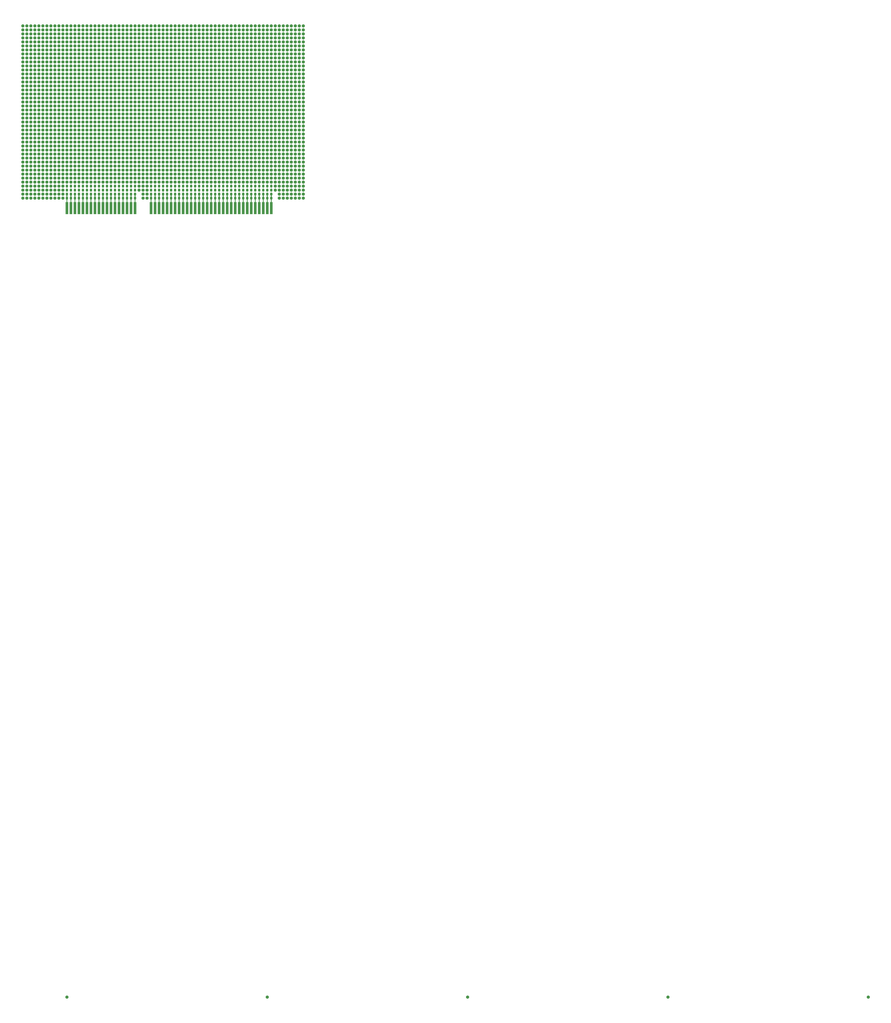
<source format=gbr>
G04 #@! TF.FileFunction,Copper,L2,Bot,Signal*
%FSLAX46Y46*%
G04 Gerber Fmt 4.6, Leading zero omitted, Abs format (unit mm)*
G04 Created by KiCad (PCBNEW 4.0.7) date 03/09/19 17:14:33*
%MOMM*%
%LPD*%
G01*
G04 APERTURE LIST*
%ADD10C,0.100000*%
%ADD11O,1.500000X2.000000*%
%ADD12C,2.000000*%
%ADD13R,1.780000X7.620000*%
%ADD14C,0.550000*%
G04 APERTURE END LIST*
D10*
D11*
X335280000Y-172720000D03*
X332740000Y-172720000D03*
X330200000Y-172720000D03*
X327660000Y-172720000D03*
X325120000Y-172720000D03*
X322580000Y-172720000D03*
X320040000Y-172720000D03*
X317500000Y-172720000D03*
X314960000Y-172720000D03*
X312420000Y-172720000D03*
X309880000Y-172720000D03*
X307340000Y-172720000D03*
X304800000Y-172720000D03*
X302260000Y-172720000D03*
X299720000Y-172720000D03*
X297180000Y-172720000D03*
X294640000Y-172720000D03*
X292100000Y-172720000D03*
X289560000Y-172720000D03*
X287020000Y-172720000D03*
X284480000Y-172720000D03*
X281940000Y-172720000D03*
X279400000Y-172720000D03*
X276860000Y-172720000D03*
X274320000Y-172720000D03*
X271780000Y-172720000D03*
X269240000Y-172720000D03*
X266700000Y-172720000D03*
X264160000Y-172720000D03*
X261620000Y-172720000D03*
X259080000Y-172720000D03*
X335280000Y-170180000D03*
X332740000Y-170180000D03*
X330200000Y-170180000D03*
X327660000Y-170180000D03*
X325120000Y-170180000D03*
X322580000Y-170180000D03*
X320040000Y-170180000D03*
X317500000Y-170180000D03*
X314960000Y-170180000D03*
X312420000Y-170180000D03*
X309880000Y-170180000D03*
X307340000Y-170180000D03*
X304800000Y-170180000D03*
X302260000Y-170180000D03*
X299720000Y-170180000D03*
X297180000Y-170180000D03*
X294640000Y-170180000D03*
X292100000Y-170180000D03*
X289560000Y-170180000D03*
X287020000Y-170180000D03*
X284480000Y-170180000D03*
X281940000Y-170180000D03*
X279400000Y-170180000D03*
X276860000Y-170180000D03*
X274320000Y-170180000D03*
X271780000Y-170180000D03*
X269240000Y-170180000D03*
X266700000Y-170180000D03*
X264160000Y-170180000D03*
X261620000Y-170180000D03*
X259080000Y-170180000D03*
X335280000Y-167640000D03*
X332740000Y-167640000D03*
X330200000Y-167640000D03*
X327660000Y-167640000D03*
X325120000Y-167640000D03*
X322580000Y-167640000D03*
X320040000Y-167640000D03*
X317500000Y-167640000D03*
X314960000Y-167640000D03*
X312420000Y-167640000D03*
X309880000Y-167640000D03*
X307340000Y-167640000D03*
X304800000Y-167640000D03*
X302260000Y-167640000D03*
X299720000Y-167640000D03*
X297180000Y-167640000D03*
X294640000Y-167640000D03*
X292100000Y-167640000D03*
X289560000Y-167640000D03*
X287020000Y-167640000D03*
X284480000Y-167640000D03*
X281940000Y-167640000D03*
X279400000Y-167640000D03*
X276860000Y-167640000D03*
X274320000Y-167640000D03*
X271780000Y-167640000D03*
X269240000Y-167640000D03*
X266700000Y-167640000D03*
X264160000Y-167640000D03*
X261620000Y-167640000D03*
X259080000Y-167640000D03*
X335280000Y-165100000D03*
X332740000Y-165100000D03*
X330200000Y-165100000D03*
X327660000Y-165100000D03*
X325120000Y-165100000D03*
X322580000Y-165100000D03*
X320040000Y-165100000D03*
X317500000Y-165100000D03*
X314960000Y-165100000D03*
X312420000Y-165100000D03*
X309880000Y-165100000D03*
X307340000Y-165100000D03*
X304800000Y-165100000D03*
X302260000Y-165100000D03*
X299720000Y-165100000D03*
X297180000Y-165100000D03*
X294640000Y-165100000D03*
X292100000Y-165100000D03*
X289560000Y-165100000D03*
X287020000Y-165100000D03*
X284480000Y-165100000D03*
X281940000Y-165100000D03*
X279400000Y-165100000D03*
X276860000Y-165100000D03*
X274320000Y-165100000D03*
X271780000Y-165100000D03*
X269240000Y-165100000D03*
X266700000Y-165100000D03*
X264160000Y-165100000D03*
X261620000Y-165100000D03*
X259080000Y-165100000D03*
X248920000Y-172720000D03*
X246380000Y-172720000D03*
X243840000Y-172720000D03*
X241300000Y-172720000D03*
X238760000Y-172720000D03*
X236220000Y-172720000D03*
X233680000Y-172720000D03*
X231140000Y-172720000D03*
X228600000Y-172720000D03*
X226060000Y-172720000D03*
X223520000Y-172720000D03*
X220980000Y-172720000D03*
X218440000Y-172720000D03*
X215900000Y-172720000D03*
X213360000Y-172720000D03*
X210820000Y-172720000D03*
X208280000Y-172720000D03*
X205740000Y-172720000D03*
X248920000Y-170180000D03*
X246380000Y-170180000D03*
X243840000Y-170180000D03*
X241300000Y-170180000D03*
X238760000Y-170180000D03*
X236220000Y-170180000D03*
X233680000Y-170180000D03*
X231140000Y-170180000D03*
X228600000Y-170180000D03*
X226060000Y-170180000D03*
X223520000Y-170180000D03*
X220980000Y-170180000D03*
X218440000Y-170180000D03*
X215900000Y-170180000D03*
X213360000Y-170180000D03*
X210820000Y-170180000D03*
X208280000Y-170180000D03*
X205740000Y-170180000D03*
X248920000Y-167640000D03*
X246380000Y-167640000D03*
X243840000Y-167640000D03*
X241300000Y-167640000D03*
X238760000Y-167640000D03*
X236220000Y-167640000D03*
X233680000Y-167640000D03*
X231140000Y-167640000D03*
X228600000Y-167640000D03*
X226060000Y-167640000D03*
X223520000Y-167640000D03*
X220980000Y-167640000D03*
X218440000Y-167640000D03*
X215900000Y-167640000D03*
X213360000Y-167640000D03*
X210820000Y-167640000D03*
X208280000Y-167640000D03*
X205740000Y-167640000D03*
X248920000Y-165100000D03*
X246380000Y-165100000D03*
X243840000Y-165100000D03*
X241300000Y-165100000D03*
X238760000Y-165100000D03*
X236220000Y-165100000D03*
X233680000Y-165100000D03*
X231140000Y-165100000D03*
X228600000Y-165100000D03*
X226060000Y-165100000D03*
X223520000Y-165100000D03*
X220980000Y-165100000D03*
X218440000Y-165100000D03*
X215900000Y-165100000D03*
X213360000Y-165100000D03*
X210820000Y-165100000D03*
X208280000Y-165100000D03*
D12*
X355600000Y-172720000D03*
X353060000Y-172720000D03*
X350520000Y-172720000D03*
X347980000Y-172720000D03*
X345440000Y-172720000D03*
X342900000Y-172720000D03*
X340360000Y-172720000D03*
X256540000Y-172720000D03*
X254000000Y-172720000D03*
X203200000Y-172720000D03*
D11*
X205740000Y-165100000D03*
D12*
X200660000Y-172720000D03*
X198120000Y-172720000D03*
X195580000Y-172720000D03*
X193040000Y-172720000D03*
X190500000Y-172720000D03*
X187960000Y-172720000D03*
X185420000Y-172720000D03*
X182880000Y-172720000D03*
X180340000Y-172720000D03*
X177800000Y-172720000D03*
X203200000Y-170180000D03*
X200660000Y-170180000D03*
X198120000Y-170180000D03*
X195580000Y-170180000D03*
X193040000Y-170180000D03*
X190500000Y-170180000D03*
X187960000Y-170180000D03*
X185420000Y-170180000D03*
X182880000Y-170180000D03*
X180340000Y-170180000D03*
X177800000Y-170180000D03*
X203200000Y-167640000D03*
X200660000Y-167640000D03*
X198120000Y-167640000D03*
X195580000Y-167640000D03*
X193040000Y-167640000D03*
X190500000Y-167640000D03*
X187960000Y-167640000D03*
X185420000Y-167640000D03*
X182880000Y-167640000D03*
X180340000Y-167640000D03*
X177800000Y-167640000D03*
X203200000Y-165100000D03*
X200660000Y-165100000D03*
X198120000Y-165100000D03*
X195580000Y-165100000D03*
X193040000Y-165100000D03*
X190500000Y-165100000D03*
X187960000Y-165100000D03*
X185420000Y-165100000D03*
X182880000Y-165100000D03*
X180340000Y-165100000D03*
X177800000Y-165100000D03*
X203200000Y-162560000D03*
X200660000Y-162560000D03*
X198120000Y-162560000D03*
X195580000Y-162560000D03*
X193040000Y-162560000D03*
X190500000Y-162560000D03*
X187960000Y-162560000D03*
X185420000Y-162560000D03*
X182880000Y-162560000D03*
X180340000Y-162560000D03*
X177800000Y-162560000D03*
X203200000Y-160020000D03*
X200660000Y-160020000D03*
X198120000Y-160020000D03*
X195580000Y-160020000D03*
X193040000Y-160020000D03*
X190500000Y-160020000D03*
X187960000Y-160020000D03*
X185420000Y-160020000D03*
X182880000Y-160020000D03*
X180340000Y-160020000D03*
X177800000Y-160020000D03*
X203200000Y-157480000D03*
X200660000Y-157480000D03*
X198120000Y-157480000D03*
X195580000Y-157480000D03*
X193040000Y-157480000D03*
X190500000Y-157480000D03*
X187960000Y-157480000D03*
X185420000Y-157480000D03*
X182880000Y-157480000D03*
X180340000Y-157480000D03*
X177800000Y-157480000D03*
X203200000Y-154940000D03*
X200660000Y-154940000D03*
X198120000Y-154940000D03*
X195580000Y-154940000D03*
X193040000Y-154940000D03*
X190500000Y-154940000D03*
X187960000Y-154940000D03*
X185420000Y-154940000D03*
X182880000Y-154940000D03*
X180340000Y-154940000D03*
X177800000Y-154940000D03*
X203200000Y-152400000D03*
X200660000Y-152400000D03*
X198120000Y-152400000D03*
X195580000Y-152400000D03*
X193040000Y-152400000D03*
X190500000Y-152400000D03*
X187960000Y-152400000D03*
X185420000Y-152400000D03*
X182880000Y-152400000D03*
X180340000Y-152400000D03*
X177800000Y-152400000D03*
X203200000Y-149860000D03*
X200660000Y-149860000D03*
X198120000Y-149860000D03*
X195580000Y-149860000D03*
X193040000Y-149860000D03*
X190500000Y-149860000D03*
X187960000Y-149860000D03*
X185420000Y-149860000D03*
X182880000Y-149860000D03*
X180340000Y-149860000D03*
X177800000Y-149860000D03*
X203200000Y-147320000D03*
X200660000Y-147320000D03*
X198120000Y-147320000D03*
X195580000Y-147320000D03*
X193040000Y-147320000D03*
X190500000Y-147320000D03*
X187960000Y-147320000D03*
X185420000Y-147320000D03*
X182880000Y-147320000D03*
X180340000Y-147320000D03*
X177800000Y-147320000D03*
X203200000Y-144780000D03*
X200660000Y-144780000D03*
X198120000Y-144780000D03*
X195580000Y-144780000D03*
X193040000Y-144780000D03*
X190500000Y-144780000D03*
X187960000Y-144780000D03*
X185420000Y-144780000D03*
X182880000Y-144780000D03*
X180340000Y-144780000D03*
X177800000Y-144780000D03*
X203200000Y-142240000D03*
X200660000Y-142240000D03*
X198120000Y-142240000D03*
X195580000Y-142240000D03*
X193040000Y-142240000D03*
X190500000Y-142240000D03*
X187960000Y-142240000D03*
X185420000Y-142240000D03*
X182880000Y-142240000D03*
X180340000Y-142240000D03*
X177800000Y-142240000D03*
X203200000Y-139700000D03*
X200660000Y-139700000D03*
X198120000Y-139700000D03*
X195580000Y-139700000D03*
X193040000Y-139700000D03*
X190500000Y-139700000D03*
X187960000Y-139700000D03*
X185420000Y-139700000D03*
X182880000Y-139700000D03*
X180340000Y-139700000D03*
X177800000Y-139700000D03*
X203200000Y-137160000D03*
X200660000Y-137160000D03*
X198120000Y-137160000D03*
X195580000Y-137160000D03*
X193040000Y-137160000D03*
X190500000Y-137160000D03*
X187960000Y-137160000D03*
X185420000Y-137160000D03*
X182880000Y-137160000D03*
X180340000Y-137160000D03*
X177800000Y-137160000D03*
X203200000Y-134620000D03*
X200660000Y-134620000D03*
X198120000Y-134620000D03*
X195580000Y-134620000D03*
X193040000Y-134620000D03*
X190500000Y-134620000D03*
X187960000Y-134620000D03*
X185420000Y-134620000D03*
X182880000Y-134620000D03*
X180340000Y-134620000D03*
X177800000Y-134620000D03*
X203200000Y-132080000D03*
X200660000Y-132080000D03*
X198120000Y-132080000D03*
X195580000Y-132080000D03*
X193040000Y-132080000D03*
X190500000Y-132080000D03*
X187960000Y-132080000D03*
X185420000Y-132080000D03*
X182880000Y-132080000D03*
X180340000Y-132080000D03*
X177800000Y-132080000D03*
X203200000Y-129540000D03*
X200660000Y-129540000D03*
X198120000Y-129540000D03*
X195580000Y-129540000D03*
X193040000Y-129540000D03*
X190500000Y-129540000D03*
X187960000Y-129540000D03*
X185420000Y-129540000D03*
X182880000Y-129540000D03*
X180340000Y-129540000D03*
X177800000Y-129540000D03*
X203200000Y-127000000D03*
X200660000Y-127000000D03*
X198120000Y-127000000D03*
X195580000Y-127000000D03*
X193040000Y-127000000D03*
X190500000Y-127000000D03*
X187960000Y-127000000D03*
X185420000Y-127000000D03*
X182880000Y-127000000D03*
X180340000Y-127000000D03*
X177800000Y-127000000D03*
X203200000Y-124460000D03*
X200660000Y-124460000D03*
X198120000Y-124460000D03*
X195580000Y-124460000D03*
X193040000Y-124460000D03*
X190500000Y-124460000D03*
X187960000Y-124460000D03*
X185420000Y-124460000D03*
X182880000Y-124460000D03*
X180340000Y-124460000D03*
X177800000Y-124460000D03*
X203200000Y-121920000D03*
X200660000Y-121920000D03*
X198120000Y-121920000D03*
X195580000Y-121920000D03*
X193040000Y-121920000D03*
X190500000Y-121920000D03*
X187960000Y-121920000D03*
X185420000Y-121920000D03*
X182880000Y-121920000D03*
X180340000Y-121920000D03*
X177800000Y-121920000D03*
X203200000Y-119380000D03*
X200660000Y-119380000D03*
X198120000Y-119380000D03*
X195580000Y-119380000D03*
X193040000Y-119380000D03*
X190500000Y-119380000D03*
X187960000Y-119380000D03*
X185420000Y-119380000D03*
X182880000Y-119380000D03*
X180340000Y-119380000D03*
X177800000Y-119380000D03*
X203200000Y-116840000D03*
X200660000Y-116840000D03*
X198120000Y-116840000D03*
X195580000Y-116840000D03*
X193040000Y-116840000D03*
X190500000Y-116840000D03*
X187960000Y-116840000D03*
X185420000Y-116840000D03*
X182880000Y-116840000D03*
X180340000Y-116840000D03*
X177800000Y-116840000D03*
X203200000Y-114300000D03*
X200660000Y-114300000D03*
X198120000Y-114300000D03*
X195580000Y-114300000D03*
X193040000Y-114300000D03*
X190500000Y-114300000D03*
X187960000Y-114300000D03*
X185420000Y-114300000D03*
X182880000Y-114300000D03*
X180340000Y-114300000D03*
X177800000Y-114300000D03*
X203200000Y-111760000D03*
X200660000Y-111760000D03*
X198120000Y-111760000D03*
X195580000Y-111760000D03*
X193040000Y-111760000D03*
X190500000Y-111760000D03*
X187960000Y-111760000D03*
X185420000Y-111760000D03*
X182880000Y-111760000D03*
X180340000Y-111760000D03*
X177800000Y-111760000D03*
X203200000Y-109220000D03*
X200660000Y-109220000D03*
X198120000Y-109220000D03*
X195580000Y-109220000D03*
X193040000Y-109220000D03*
X190500000Y-109220000D03*
X187960000Y-109220000D03*
X185420000Y-109220000D03*
X182880000Y-109220000D03*
X180340000Y-109220000D03*
X177800000Y-109220000D03*
X203200000Y-106680000D03*
X200660000Y-106680000D03*
X198120000Y-106680000D03*
X195580000Y-106680000D03*
X193040000Y-106680000D03*
X190500000Y-106680000D03*
X187960000Y-106680000D03*
X185420000Y-106680000D03*
X182880000Y-106680000D03*
X180340000Y-106680000D03*
X177800000Y-106680000D03*
X203200000Y-104140000D03*
X200660000Y-104140000D03*
X198120000Y-104140000D03*
X195580000Y-104140000D03*
X193040000Y-104140000D03*
X190500000Y-104140000D03*
X187960000Y-104140000D03*
X185420000Y-104140000D03*
X182880000Y-104140000D03*
X180340000Y-104140000D03*
X177800000Y-104140000D03*
X203200000Y-101600000D03*
X200660000Y-101600000D03*
X198120000Y-101600000D03*
X195580000Y-101600000D03*
X193040000Y-101600000D03*
X190500000Y-101600000D03*
X187960000Y-101600000D03*
X185420000Y-101600000D03*
X182880000Y-101600000D03*
X180340000Y-101600000D03*
X177800000Y-101600000D03*
X203200000Y-99060000D03*
X200660000Y-99060000D03*
X198120000Y-99060000D03*
X195580000Y-99060000D03*
X193040000Y-99060000D03*
X190500000Y-99060000D03*
X187960000Y-99060000D03*
X185420000Y-99060000D03*
X182880000Y-99060000D03*
X180340000Y-99060000D03*
X177800000Y-99060000D03*
X203200000Y-96520000D03*
X200660000Y-96520000D03*
X198120000Y-96520000D03*
X195580000Y-96520000D03*
X193040000Y-96520000D03*
X190500000Y-96520000D03*
X187960000Y-96520000D03*
X185420000Y-96520000D03*
X182880000Y-96520000D03*
X180340000Y-96520000D03*
X177800000Y-96520000D03*
X203200000Y-93980000D03*
X200660000Y-93980000D03*
X198120000Y-93980000D03*
X195580000Y-93980000D03*
X193040000Y-93980000D03*
X190500000Y-93980000D03*
X187960000Y-93980000D03*
X185420000Y-93980000D03*
X182880000Y-93980000D03*
X180340000Y-93980000D03*
X177800000Y-93980000D03*
X203200000Y-91440000D03*
X200660000Y-91440000D03*
X198120000Y-91440000D03*
X195580000Y-91440000D03*
X193040000Y-91440000D03*
X190500000Y-91440000D03*
X187960000Y-91440000D03*
X185420000Y-91440000D03*
X182880000Y-91440000D03*
X180340000Y-91440000D03*
X177800000Y-91440000D03*
X203200000Y-88900000D03*
X200660000Y-88900000D03*
X198120000Y-88900000D03*
X195580000Y-88900000D03*
X193040000Y-88900000D03*
X190500000Y-88900000D03*
X187960000Y-88900000D03*
X185420000Y-88900000D03*
X182880000Y-88900000D03*
X180340000Y-88900000D03*
X177800000Y-88900000D03*
X203200000Y-86360000D03*
X200660000Y-86360000D03*
X198120000Y-86360000D03*
X195580000Y-86360000D03*
X193040000Y-86360000D03*
X190500000Y-86360000D03*
X187960000Y-86360000D03*
X185420000Y-86360000D03*
X182880000Y-86360000D03*
X180340000Y-86360000D03*
X177800000Y-86360000D03*
X203200000Y-83820000D03*
X200660000Y-83820000D03*
X198120000Y-83820000D03*
X195580000Y-83820000D03*
X193040000Y-83820000D03*
X190500000Y-83820000D03*
X187960000Y-83820000D03*
X185420000Y-83820000D03*
X182880000Y-83820000D03*
X180340000Y-83820000D03*
X177800000Y-83820000D03*
X203200000Y-81280000D03*
X200660000Y-81280000D03*
X198120000Y-81280000D03*
X195580000Y-81280000D03*
X193040000Y-81280000D03*
X190500000Y-81280000D03*
X187960000Y-81280000D03*
X185420000Y-81280000D03*
X182880000Y-81280000D03*
X180340000Y-81280000D03*
X177800000Y-81280000D03*
X203200000Y-78740000D03*
X200660000Y-78740000D03*
X198120000Y-78740000D03*
X195580000Y-78740000D03*
X193040000Y-78740000D03*
X190500000Y-78740000D03*
X187960000Y-78740000D03*
X185420000Y-78740000D03*
X182880000Y-78740000D03*
X180340000Y-78740000D03*
X177800000Y-78740000D03*
X203200000Y-76200000D03*
X200660000Y-76200000D03*
X198120000Y-76200000D03*
X195580000Y-76200000D03*
X193040000Y-76200000D03*
X190500000Y-76200000D03*
X187960000Y-76200000D03*
X185420000Y-76200000D03*
X182880000Y-76200000D03*
X180340000Y-76200000D03*
X177800000Y-76200000D03*
X203200000Y-73660000D03*
X200660000Y-73660000D03*
X198120000Y-73660000D03*
X195580000Y-73660000D03*
X193040000Y-73660000D03*
X190500000Y-73660000D03*
X187960000Y-73660000D03*
X185420000Y-73660000D03*
X182880000Y-73660000D03*
X180340000Y-73660000D03*
X177800000Y-73660000D03*
X203200000Y-71120000D03*
X200660000Y-71120000D03*
X198120000Y-71120000D03*
X195580000Y-71120000D03*
X193040000Y-71120000D03*
X190500000Y-71120000D03*
X187960000Y-71120000D03*
X185420000Y-71120000D03*
X182880000Y-71120000D03*
X180340000Y-71120000D03*
X177800000Y-71120000D03*
X203200000Y-68580000D03*
X200660000Y-68580000D03*
X198120000Y-68580000D03*
X195580000Y-68580000D03*
X193040000Y-68580000D03*
X190500000Y-68580000D03*
X187960000Y-68580000D03*
X185420000Y-68580000D03*
X182880000Y-68580000D03*
X180340000Y-68580000D03*
X177800000Y-68580000D03*
X203200000Y-66040000D03*
X200660000Y-66040000D03*
X198120000Y-66040000D03*
X195580000Y-66040000D03*
X193040000Y-66040000D03*
X190500000Y-66040000D03*
X187960000Y-66040000D03*
X185420000Y-66040000D03*
X182880000Y-66040000D03*
X180340000Y-66040000D03*
X177800000Y-66040000D03*
X203200000Y-63500000D03*
X200660000Y-63500000D03*
X198120000Y-63500000D03*
X195580000Y-63500000D03*
X193040000Y-63500000D03*
X190500000Y-63500000D03*
X187960000Y-63500000D03*
X185420000Y-63500000D03*
X182880000Y-63500000D03*
X180340000Y-63500000D03*
X177800000Y-63500000D03*
X355600000Y-170180000D03*
X353060000Y-170180000D03*
X350520000Y-170180000D03*
X347980000Y-170180000D03*
X345440000Y-170180000D03*
X342900000Y-170180000D03*
X340360000Y-170180000D03*
X256540000Y-170180000D03*
X254000000Y-170180000D03*
X355600000Y-167640000D03*
X353060000Y-167640000D03*
X350520000Y-167640000D03*
X347980000Y-167640000D03*
X345440000Y-167640000D03*
X342900000Y-167640000D03*
X340360000Y-167640000D03*
X337820000Y-167640000D03*
X256540000Y-167640000D03*
X254000000Y-167640000D03*
X251460000Y-167640000D03*
X355600000Y-165100000D03*
X353060000Y-165100000D03*
X350520000Y-165100000D03*
X347980000Y-165100000D03*
X345440000Y-165100000D03*
X342900000Y-165100000D03*
X340360000Y-165100000D03*
X337820000Y-165100000D03*
X256540000Y-165100000D03*
X254000000Y-165100000D03*
X251460000Y-165100000D03*
X355600000Y-162560000D03*
X353060000Y-162560000D03*
X350520000Y-162560000D03*
X347980000Y-162560000D03*
X345440000Y-162560000D03*
X342900000Y-162560000D03*
X340360000Y-162560000D03*
X337820000Y-162560000D03*
X335280000Y-162560000D03*
X332740000Y-162560000D03*
X330200000Y-162560000D03*
X327660000Y-162560000D03*
X325120000Y-162560000D03*
X322580000Y-162560000D03*
X320040000Y-162560000D03*
X317500000Y-162560000D03*
X314960000Y-162560000D03*
X312420000Y-162560000D03*
X309880000Y-162560000D03*
X307340000Y-162560000D03*
X304800000Y-162560000D03*
X302260000Y-162560000D03*
X299720000Y-162560000D03*
X297180000Y-162560000D03*
X294640000Y-162560000D03*
X292100000Y-162560000D03*
X289560000Y-162560000D03*
X287020000Y-162560000D03*
X284480000Y-162560000D03*
X281940000Y-162560000D03*
X279400000Y-162560000D03*
X276860000Y-162560000D03*
X274320000Y-162560000D03*
X271780000Y-162560000D03*
X269240000Y-162560000D03*
X266700000Y-162560000D03*
X264160000Y-162560000D03*
X261620000Y-162560000D03*
X259080000Y-162560000D03*
X256540000Y-162560000D03*
X254000000Y-162560000D03*
X251460000Y-162560000D03*
X248920000Y-162560000D03*
X246380000Y-162560000D03*
X243840000Y-162560000D03*
X241300000Y-162560000D03*
X238760000Y-162560000D03*
X236220000Y-162560000D03*
X233680000Y-162560000D03*
X231140000Y-162560000D03*
X228600000Y-162560000D03*
X226060000Y-162560000D03*
X223520000Y-162560000D03*
X220980000Y-162560000D03*
X218440000Y-162560000D03*
X215900000Y-162560000D03*
X213360000Y-162560000D03*
X210820000Y-162560000D03*
X208280000Y-162560000D03*
X205740000Y-162560000D03*
X355600000Y-160020000D03*
X353060000Y-160020000D03*
X350520000Y-160020000D03*
X347980000Y-160020000D03*
X345440000Y-160020000D03*
X342900000Y-160020000D03*
X340360000Y-160020000D03*
X337820000Y-160020000D03*
X335280000Y-160020000D03*
X332740000Y-160020000D03*
X330200000Y-160020000D03*
X327660000Y-160020000D03*
X325120000Y-160020000D03*
X322580000Y-160020000D03*
X320040000Y-160020000D03*
X317500000Y-160020000D03*
X314960000Y-160020000D03*
X312420000Y-160020000D03*
X309880000Y-160020000D03*
X307340000Y-160020000D03*
X304800000Y-160020000D03*
X302260000Y-160020000D03*
X299720000Y-160020000D03*
X297180000Y-160020000D03*
X294640000Y-160020000D03*
X292100000Y-160020000D03*
X289560000Y-160020000D03*
X287020000Y-160020000D03*
X284480000Y-160020000D03*
X281940000Y-160020000D03*
X279400000Y-160020000D03*
X276860000Y-160020000D03*
X274320000Y-160020000D03*
X271780000Y-160020000D03*
X269240000Y-160020000D03*
X266700000Y-160020000D03*
X264160000Y-160020000D03*
X261620000Y-160020000D03*
X259080000Y-160020000D03*
X256540000Y-160020000D03*
X254000000Y-160020000D03*
X251460000Y-160020000D03*
X248920000Y-160020000D03*
X246380000Y-160020000D03*
X243840000Y-160020000D03*
X241300000Y-160020000D03*
X238760000Y-160020000D03*
X236220000Y-160020000D03*
X233680000Y-160020000D03*
X231140000Y-160020000D03*
X228600000Y-160020000D03*
X226060000Y-160020000D03*
X223520000Y-160020000D03*
X220980000Y-160020000D03*
X218440000Y-160020000D03*
X215900000Y-160020000D03*
X213360000Y-160020000D03*
X210820000Y-160020000D03*
X208280000Y-160020000D03*
X205740000Y-160020000D03*
X355600000Y-157480000D03*
X353060000Y-157480000D03*
X350520000Y-157480000D03*
X347980000Y-157480000D03*
X345440000Y-157480000D03*
X342900000Y-157480000D03*
X340360000Y-157480000D03*
X337820000Y-157480000D03*
X335280000Y-157480000D03*
X332740000Y-157480000D03*
X330200000Y-157480000D03*
X327660000Y-157480000D03*
X325120000Y-157480000D03*
X322580000Y-157480000D03*
X320040000Y-157480000D03*
X317500000Y-157480000D03*
X314960000Y-157480000D03*
X312420000Y-157480000D03*
X309880000Y-157480000D03*
X307340000Y-157480000D03*
X304800000Y-157480000D03*
X302260000Y-157480000D03*
X299720000Y-157480000D03*
X297180000Y-157480000D03*
X294640000Y-157480000D03*
X292100000Y-157480000D03*
X289560000Y-157480000D03*
X287020000Y-157480000D03*
X284480000Y-157480000D03*
X281940000Y-157480000D03*
X279400000Y-157480000D03*
X276860000Y-157480000D03*
X274320000Y-157480000D03*
X271780000Y-157480000D03*
X269240000Y-157480000D03*
X266700000Y-157480000D03*
X264160000Y-157480000D03*
X261620000Y-157480000D03*
X259080000Y-157480000D03*
X256540000Y-157480000D03*
X254000000Y-157480000D03*
X251460000Y-157480000D03*
X248920000Y-157480000D03*
X246380000Y-157480000D03*
X243840000Y-157480000D03*
X241300000Y-157480000D03*
X238760000Y-157480000D03*
X236220000Y-157480000D03*
X233680000Y-157480000D03*
X231140000Y-157480000D03*
X228600000Y-157480000D03*
X226060000Y-157480000D03*
X223520000Y-157480000D03*
X220980000Y-157480000D03*
X218440000Y-157480000D03*
X215900000Y-157480000D03*
X213360000Y-157480000D03*
X210820000Y-157480000D03*
X208280000Y-157480000D03*
X205740000Y-157480000D03*
X355600000Y-154940000D03*
X353060000Y-154940000D03*
X350520000Y-154940000D03*
X347980000Y-154940000D03*
X345440000Y-154940000D03*
X342900000Y-154940000D03*
X340360000Y-154940000D03*
X337820000Y-154940000D03*
X335280000Y-154940000D03*
X332740000Y-154940000D03*
X330200000Y-154940000D03*
X327660000Y-154940000D03*
X325120000Y-154940000D03*
X322580000Y-154940000D03*
X320040000Y-154940000D03*
X317500000Y-154940000D03*
X314960000Y-154940000D03*
X312420000Y-154940000D03*
X309880000Y-154940000D03*
X307340000Y-154940000D03*
X304800000Y-154940000D03*
X302260000Y-154940000D03*
X299720000Y-154940000D03*
X297180000Y-154940000D03*
X294640000Y-154940000D03*
X292100000Y-154940000D03*
X289560000Y-154940000D03*
X287020000Y-154940000D03*
X284480000Y-154940000D03*
X281940000Y-154940000D03*
X279400000Y-154940000D03*
X276860000Y-154940000D03*
X274320000Y-154940000D03*
X271780000Y-154940000D03*
X269240000Y-154940000D03*
X266700000Y-154940000D03*
X264160000Y-154940000D03*
X261620000Y-154940000D03*
X259080000Y-154940000D03*
X256540000Y-154940000D03*
X254000000Y-154940000D03*
X251460000Y-154940000D03*
X248920000Y-154940000D03*
X246380000Y-154940000D03*
X243840000Y-154940000D03*
X241300000Y-154940000D03*
X238760000Y-154940000D03*
X236220000Y-154940000D03*
X233680000Y-154940000D03*
X231140000Y-154940000D03*
X228600000Y-154940000D03*
X226060000Y-154940000D03*
X223520000Y-154940000D03*
X220980000Y-154940000D03*
X218440000Y-154940000D03*
X215900000Y-154940000D03*
X213360000Y-154940000D03*
X210820000Y-154940000D03*
X208280000Y-154940000D03*
X205740000Y-154940000D03*
X355600000Y-152400000D03*
X353060000Y-152400000D03*
X350520000Y-152400000D03*
X347980000Y-152400000D03*
X345440000Y-152400000D03*
X342900000Y-152400000D03*
X340360000Y-152400000D03*
X337820000Y-152400000D03*
X335280000Y-152400000D03*
X332740000Y-152400000D03*
X330200000Y-152400000D03*
X327660000Y-152400000D03*
X325120000Y-152400000D03*
X322580000Y-152400000D03*
X320040000Y-152400000D03*
X317500000Y-152400000D03*
X314960000Y-152400000D03*
X312420000Y-152400000D03*
X309880000Y-152400000D03*
X307340000Y-152400000D03*
X304800000Y-152400000D03*
X302260000Y-152400000D03*
X299720000Y-152400000D03*
X297180000Y-152400000D03*
X294640000Y-152400000D03*
X292100000Y-152400000D03*
X289560000Y-152400000D03*
X287020000Y-152400000D03*
X284480000Y-152400000D03*
X281940000Y-152400000D03*
X279400000Y-152400000D03*
X276860000Y-152400000D03*
X274320000Y-152400000D03*
X271780000Y-152400000D03*
X269240000Y-152400000D03*
X266700000Y-152400000D03*
X264160000Y-152400000D03*
X261620000Y-152400000D03*
X259080000Y-152400000D03*
X256540000Y-152400000D03*
X254000000Y-152400000D03*
X251460000Y-152400000D03*
X248920000Y-152400000D03*
X246380000Y-152400000D03*
X243840000Y-152400000D03*
X241300000Y-152400000D03*
X238760000Y-152400000D03*
X236220000Y-152400000D03*
X233680000Y-152400000D03*
X231140000Y-152400000D03*
X228600000Y-152400000D03*
X226060000Y-152400000D03*
X223520000Y-152400000D03*
X220980000Y-152400000D03*
X218440000Y-152400000D03*
X215900000Y-152400000D03*
X213360000Y-152400000D03*
X210820000Y-152400000D03*
X208280000Y-152400000D03*
X205740000Y-152400000D03*
X355600000Y-149860000D03*
X353060000Y-149860000D03*
X350520000Y-149860000D03*
X347980000Y-149860000D03*
X345440000Y-149860000D03*
X342900000Y-149860000D03*
X340360000Y-149860000D03*
X337820000Y-149860000D03*
X335280000Y-149860000D03*
X332740000Y-149860000D03*
X330200000Y-149860000D03*
X327660000Y-149860000D03*
X325120000Y-149860000D03*
X322580000Y-149860000D03*
X320040000Y-149860000D03*
X317500000Y-149860000D03*
X314960000Y-149860000D03*
X312420000Y-149860000D03*
X309880000Y-149860000D03*
X307340000Y-149860000D03*
X304800000Y-149860000D03*
X302260000Y-149860000D03*
X299720000Y-149860000D03*
X297180000Y-149860000D03*
X294640000Y-149860000D03*
X292100000Y-149860000D03*
X289560000Y-149860000D03*
X287020000Y-149860000D03*
X284480000Y-149860000D03*
X281940000Y-149860000D03*
X279400000Y-149860000D03*
X276860000Y-149860000D03*
X274320000Y-149860000D03*
X271780000Y-149860000D03*
X269240000Y-149860000D03*
X266700000Y-149860000D03*
X264160000Y-149860000D03*
X261620000Y-149860000D03*
X259080000Y-149860000D03*
X256540000Y-149860000D03*
X254000000Y-149860000D03*
X251460000Y-149860000D03*
X248920000Y-149860000D03*
X246380000Y-149860000D03*
X243840000Y-149860000D03*
X241300000Y-149860000D03*
X238760000Y-149860000D03*
X236220000Y-149860000D03*
X233680000Y-149860000D03*
X231140000Y-149860000D03*
X228600000Y-149860000D03*
X226060000Y-149860000D03*
X223520000Y-149860000D03*
X220980000Y-149860000D03*
X218440000Y-149860000D03*
X215900000Y-149860000D03*
X213360000Y-149860000D03*
X210820000Y-149860000D03*
X208280000Y-149860000D03*
X205740000Y-149860000D03*
X355600000Y-147320000D03*
X353060000Y-147320000D03*
X350520000Y-147320000D03*
X347980000Y-147320000D03*
X345440000Y-147320000D03*
X342900000Y-147320000D03*
X340360000Y-147320000D03*
X337820000Y-147320000D03*
X335280000Y-147320000D03*
X332740000Y-147320000D03*
X330200000Y-147320000D03*
X327660000Y-147320000D03*
X325120000Y-147320000D03*
X322580000Y-147320000D03*
X320040000Y-147320000D03*
X317500000Y-147320000D03*
X314960000Y-147320000D03*
X312420000Y-147320000D03*
X309880000Y-147320000D03*
X307340000Y-147320000D03*
X304800000Y-147320000D03*
X302260000Y-147320000D03*
X299720000Y-147320000D03*
X297180000Y-147320000D03*
X294640000Y-147320000D03*
X292100000Y-147320000D03*
X289560000Y-147320000D03*
X287020000Y-147320000D03*
X284480000Y-147320000D03*
X281940000Y-147320000D03*
X279400000Y-147320000D03*
X276860000Y-147320000D03*
X274320000Y-147320000D03*
X271780000Y-147320000D03*
X269240000Y-147320000D03*
X266700000Y-147320000D03*
X264160000Y-147320000D03*
X261620000Y-147320000D03*
X259080000Y-147320000D03*
X256540000Y-147320000D03*
X254000000Y-147320000D03*
X251460000Y-147320000D03*
X248920000Y-147320000D03*
X246380000Y-147320000D03*
X243840000Y-147320000D03*
X241300000Y-147320000D03*
X238760000Y-147320000D03*
X236220000Y-147320000D03*
X233680000Y-147320000D03*
X231140000Y-147320000D03*
X228600000Y-147320000D03*
X226060000Y-147320000D03*
X223520000Y-147320000D03*
X220980000Y-147320000D03*
X218440000Y-147320000D03*
X215900000Y-147320000D03*
X213360000Y-147320000D03*
X210820000Y-147320000D03*
X208280000Y-147320000D03*
X205740000Y-147320000D03*
X355600000Y-144780000D03*
X353060000Y-144780000D03*
X350520000Y-144780000D03*
X347980000Y-144780000D03*
X345440000Y-144780000D03*
X342900000Y-144780000D03*
X340360000Y-144780000D03*
X337820000Y-144780000D03*
X335280000Y-144780000D03*
X332740000Y-144780000D03*
X330200000Y-144780000D03*
X327660000Y-144780000D03*
X325120000Y-144780000D03*
X322580000Y-144780000D03*
X320040000Y-144780000D03*
X317500000Y-144780000D03*
X314960000Y-144780000D03*
X312420000Y-144780000D03*
X309880000Y-144780000D03*
X307340000Y-144780000D03*
X304800000Y-144780000D03*
X302260000Y-144780000D03*
X299720000Y-144780000D03*
X297180000Y-144780000D03*
X294640000Y-144780000D03*
X292100000Y-144780000D03*
X289560000Y-144780000D03*
X287020000Y-144780000D03*
X284480000Y-144780000D03*
X281940000Y-144780000D03*
X279400000Y-144780000D03*
X276860000Y-144780000D03*
X274320000Y-144780000D03*
X271780000Y-144780000D03*
X269240000Y-144780000D03*
X266700000Y-144780000D03*
X264160000Y-144780000D03*
X261620000Y-144780000D03*
X259080000Y-144780000D03*
X256540000Y-144780000D03*
X254000000Y-144780000D03*
X251460000Y-144780000D03*
X248920000Y-144780000D03*
X246380000Y-144780000D03*
X243840000Y-144780000D03*
X241300000Y-144780000D03*
X238760000Y-144780000D03*
X236220000Y-144780000D03*
X233680000Y-144780000D03*
X231140000Y-144780000D03*
X228600000Y-144780000D03*
X226060000Y-144780000D03*
X223520000Y-144780000D03*
X220980000Y-144780000D03*
X218440000Y-144780000D03*
X215900000Y-144780000D03*
X213360000Y-144780000D03*
X210820000Y-144780000D03*
X208280000Y-144780000D03*
X205740000Y-144780000D03*
X355600000Y-142240000D03*
X353060000Y-142240000D03*
X350520000Y-142240000D03*
X347980000Y-142240000D03*
X345440000Y-142240000D03*
X342900000Y-142240000D03*
X340360000Y-142240000D03*
X337820000Y-142240000D03*
X335280000Y-142240000D03*
X332740000Y-142240000D03*
X330200000Y-142240000D03*
X327660000Y-142240000D03*
X325120000Y-142240000D03*
X322580000Y-142240000D03*
X320040000Y-142240000D03*
X317500000Y-142240000D03*
X314960000Y-142240000D03*
X312420000Y-142240000D03*
X309880000Y-142240000D03*
X307340000Y-142240000D03*
X304800000Y-142240000D03*
X302260000Y-142240000D03*
X299720000Y-142240000D03*
X297180000Y-142240000D03*
X294640000Y-142240000D03*
X292100000Y-142240000D03*
X289560000Y-142240000D03*
X287020000Y-142240000D03*
X284480000Y-142240000D03*
X281940000Y-142240000D03*
X279400000Y-142240000D03*
X276860000Y-142240000D03*
X274320000Y-142240000D03*
X271780000Y-142240000D03*
X269240000Y-142240000D03*
X266700000Y-142240000D03*
X264160000Y-142240000D03*
X261620000Y-142240000D03*
X259080000Y-142240000D03*
X256540000Y-142240000D03*
X254000000Y-142240000D03*
X251460000Y-142240000D03*
X248920000Y-142240000D03*
X246380000Y-142240000D03*
X243840000Y-142240000D03*
X241300000Y-142240000D03*
X238760000Y-142240000D03*
X236220000Y-142240000D03*
X233680000Y-142240000D03*
X231140000Y-142240000D03*
X228600000Y-142240000D03*
X226060000Y-142240000D03*
X223520000Y-142240000D03*
X220980000Y-142240000D03*
X218440000Y-142240000D03*
X215900000Y-142240000D03*
X213360000Y-142240000D03*
X210820000Y-142240000D03*
X208280000Y-142240000D03*
X205740000Y-142240000D03*
X355600000Y-139700000D03*
X353060000Y-139700000D03*
X350520000Y-139700000D03*
X347980000Y-139700000D03*
X345440000Y-139700000D03*
X342900000Y-139700000D03*
X340360000Y-139700000D03*
X337820000Y-139700000D03*
X335280000Y-139700000D03*
X332740000Y-139700000D03*
X330200000Y-139700000D03*
X327660000Y-139700000D03*
X325120000Y-139700000D03*
X322580000Y-139700000D03*
X320040000Y-139700000D03*
X317500000Y-139700000D03*
X314960000Y-139700000D03*
X312420000Y-139700000D03*
X309880000Y-139700000D03*
X307340000Y-139700000D03*
X304800000Y-139700000D03*
X302260000Y-139700000D03*
X299720000Y-139700000D03*
X297180000Y-139700000D03*
X294640000Y-139700000D03*
X292100000Y-139700000D03*
X289560000Y-139700000D03*
X287020000Y-139700000D03*
X284480000Y-139700000D03*
X281940000Y-139700000D03*
X279400000Y-139700000D03*
X276860000Y-139700000D03*
X274320000Y-139700000D03*
X271780000Y-139700000D03*
X269240000Y-139700000D03*
X266700000Y-139700000D03*
X264160000Y-139700000D03*
X261620000Y-139700000D03*
X259080000Y-139700000D03*
X256540000Y-139700000D03*
X254000000Y-139700000D03*
X251460000Y-139700000D03*
X248920000Y-139700000D03*
X246380000Y-139700000D03*
X243840000Y-139700000D03*
X241300000Y-139700000D03*
X238760000Y-139700000D03*
X236220000Y-139700000D03*
X233680000Y-139700000D03*
X231140000Y-139700000D03*
X228600000Y-139700000D03*
X226060000Y-139700000D03*
X223520000Y-139700000D03*
X220980000Y-139700000D03*
X218440000Y-139700000D03*
X215900000Y-139700000D03*
X213360000Y-139700000D03*
X210820000Y-139700000D03*
X208280000Y-139700000D03*
X205740000Y-139700000D03*
X355600000Y-137160000D03*
X353060000Y-137160000D03*
X350520000Y-137160000D03*
X347980000Y-137160000D03*
X345440000Y-137160000D03*
X342900000Y-137160000D03*
X340360000Y-137160000D03*
X337820000Y-137160000D03*
X335280000Y-137160000D03*
X332740000Y-137160000D03*
X330200000Y-137160000D03*
X327660000Y-137160000D03*
X325120000Y-137160000D03*
X322580000Y-137160000D03*
X320040000Y-137160000D03*
X317500000Y-137160000D03*
X314960000Y-137160000D03*
X312420000Y-137160000D03*
X309880000Y-137160000D03*
X307340000Y-137160000D03*
X304800000Y-137160000D03*
X302260000Y-137160000D03*
X299720000Y-137160000D03*
X297180000Y-137160000D03*
X294640000Y-137160000D03*
X292100000Y-137160000D03*
X289560000Y-137160000D03*
X287020000Y-137160000D03*
X284480000Y-137160000D03*
X281940000Y-137160000D03*
X279400000Y-137160000D03*
X276860000Y-137160000D03*
X274320000Y-137160000D03*
X271780000Y-137160000D03*
X269240000Y-137160000D03*
X266700000Y-137160000D03*
X264160000Y-137160000D03*
X261620000Y-137160000D03*
X259080000Y-137160000D03*
X256540000Y-137160000D03*
X254000000Y-137160000D03*
X251460000Y-137160000D03*
X248920000Y-137160000D03*
X246380000Y-137160000D03*
X243840000Y-137160000D03*
X241300000Y-137160000D03*
X238760000Y-137160000D03*
X236220000Y-137160000D03*
X233680000Y-137160000D03*
X231140000Y-137160000D03*
X228600000Y-137160000D03*
X226060000Y-137160000D03*
X223520000Y-137160000D03*
X220980000Y-137160000D03*
X218440000Y-137160000D03*
X215900000Y-137160000D03*
X213360000Y-137160000D03*
X210820000Y-137160000D03*
X208280000Y-137160000D03*
X205740000Y-137160000D03*
X355600000Y-134620000D03*
X353060000Y-134620000D03*
X350520000Y-134620000D03*
X347980000Y-134620000D03*
X345440000Y-134620000D03*
X342900000Y-134620000D03*
X340360000Y-134620000D03*
X337820000Y-134620000D03*
X335280000Y-134620000D03*
X332740000Y-134620000D03*
X330200000Y-134620000D03*
X327660000Y-134620000D03*
X325120000Y-134620000D03*
X322580000Y-134620000D03*
X320040000Y-134620000D03*
X317500000Y-134620000D03*
X314960000Y-134620000D03*
X312420000Y-134620000D03*
X309880000Y-134620000D03*
X307340000Y-134620000D03*
X304800000Y-134620000D03*
X302260000Y-134620000D03*
X299720000Y-134620000D03*
X297180000Y-134620000D03*
X294640000Y-134620000D03*
X292100000Y-134620000D03*
X289560000Y-134620000D03*
X287020000Y-134620000D03*
X284480000Y-134620000D03*
X281940000Y-134620000D03*
X279400000Y-134620000D03*
X276860000Y-134620000D03*
X274320000Y-134620000D03*
X271780000Y-134620000D03*
X269240000Y-134620000D03*
X266700000Y-134620000D03*
X264160000Y-134620000D03*
X261620000Y-134620000D03*
X259080000Y-134620000D03*
X256540000Y-134620000D03*
X254000000Y-134620000D03*
X251460000Y-134620000D03*
X248920000Y-134620000D03*
X246380000Y-134620000D03*
X243840000Y-134620000D03*
X241300000Y-134620000D03*
X238760000Y-134620000D03*
X236220000Y-134620000D03*
X233680000Y-134620000D03*
X231140000Y-134620000D03*
X228600000Y-134620000D03*
X226060000Y-134620000D03*
X223520000Y-134620000D03*
X220980000Y-134620000D03*
X218440000Y-134620000D03*
X215900000Y-134620000D03*
X213360000Y-134620000D03*
X210820000Y-134620000D03*
X208280000Y-134620000D03*
X205740000Y-134620000D03*
X355600000Y-132080000D03*
X353060000Y-132080000D03*
X350520000Y-132080000D03*
X347980000Y-132080000D03*
X345440000Y-132080000D03*
X342900000Y-132080000D03*
X340360000Y-132080000D03*
X337820000Y-132080000D03*
X335280000Y-132080000D03*
X332740000Y-132080000D03*
X330200000Y-132080000D03*
X327660000Y-132080000D03*
X325120000Y-132080000D03*
X322580000Y-132080000D03*
X320040000Y-132080000D03*
X317500000Y-132080000D03*
X314960000Y-132080000D03*
X312420000Y-132080000D03*
X309880000Y-132080000D03*
X307340000Y-132080000D03*
X304800000Y-132080000D03*
X302260000Y-132080000D03*
X299720000Y-132080000D03*
X297180000Y-132080000D03*
X294640000Y-132080000D03*
X292100000Y-132080000D03*
X289560000Y-132080000D03*
X287020000Y-132080000D03*
X284480000Y-132080000D03*
X281940000Y-132080000D03*
X279400000Y-132080000D03*
X276860000Y-132080000D03*
X274320000Y-132080000D03*
X271780000Y-132080000D03*
X269240000Y-132080000D03*
X266700000Y-132080000D03*
X264160000Y-132080000D03*
X261620000Y-132080000D03*
X259080000Y-132080000D03*
X256540000Y-132080000D03*
X254000000Y-132080000D03*
X251460000Y-132080000D03*
X248920000Y-132080000D03*
X246380000Y-132080000D03*
X243840000Y-132080000D03*
X241300000Y-132080000D03*
X238760000Y-132080000D03*
X236220000Y-132080000D03*
X233680000Y-132080000D03*
X231140000Y-132080000D03*
X228600000Y-132080000D03*
X226060000Y-132080000D03*
X223520000Y-132080000D03*
X220980000Y-132080000D03*
X218440000Y-132080000D03*
X215900000Y-132080000D03*
X213360000Y-132080000D03*
X210820000Y-132080000D03*
X208280000Y-132080000D03*
X205740000Y-132080000D03*
X355600000Y-129540000D03*
X353060000Y-129540000D03*
X350520000Y-129540000D03*
X347980000Y-129540000D03*
X345440000Y-129540000D03*
X342900000Y-129540000D03*
X340360000Y-129540000D03*
X337820000Y-129540000D03*
X335280000Y-129540000D03*
X332740000Y-129540000D03*
X330200000Y-129540000D03*
X327660000Y-129540000D03*
X325120000Y-129540000D03*
X322580000Y-129540000D03*
X320040000Y-129540000D03*
X317500000Y-129540000D03*
X314960000Y-129540000D03*
X312420000Y-129540000D03*
X309880000Y-129540000D03*
X307340000Y-129540000D03*
X304800000Y-129540000D03*
X302260000Y-129540000D03*
X299720000Y-129540000D03*
X297180000Y-129540000D03*
X294640000Y-129540000D03*
X292100000Y-129540000D03*
X289560000Y-129540000D03*
X287020000Y-129540000D03*
X284480000Y-129540000D03*
X281940000Y-129540000D03*
X279400000Y-129540000D03*
X276860000Y-129540000D03*
X274320000Y-129540000D03*
X271780000Y-129540000D03*
X269240000Y-129540000D03*
X266700000Y-129540000D03*
X264160000Y-129540000D03*
X261620000Y-129540000D03*
X259080000Y-129540000D03*
X256540000Y-129540000D03*
X254000000Y-129540000D03*
X251460000Y-129540000D03*
X248920000Y-129540000D03*
X246380000Y-129540000D03*
X243840000Y-129540000D03*
X241300000Y-129540000D03*
X238760000Y-129540000D03*
X236220000Y-129540000D03*
X233680000Y-129540000D03*
X231140000Y-129540000D03*
X228600000Y-129540000D03*
X226060000Y-129540000D03*
X223520000Y-129540000D03*
X220980000Y-129540000D03*
X218440000Y-129540000D03*
X215900000Y-129540000D03*
X213360000Y-129540000D03*
X210820000Y-129540000D03*
X208280000Y-129540000D03*
X205740000Y-129540000D03*
X355600000Y-127000000D03*
X353060000Y-127000000D03*
X350520000Y-127000000D03*
X347980000Y-127000000D03*
X345440000Y-127000000D03*
X342900000Y-127000000D03*
X340360000Y-127000000D03*
X337820000Y-127000000D03*
X335280000Y-127000000D03*
X332740000Y-127000000D03*
X330200000Y-127000000D03*
X327660000Y-127000000D03*
X325120000Y-127000000D03*
X322580000Y-127000000D03*
X320040000Y-127000000D03*
X317500000Y-127000000D03*
X314960000Y-127000000D03*
X312420000Y-127000000D03*
X309880000Y-127000000D03*
X307340000Y-127000000D03*
X304800000Y-127000000D03*
X302260000Y-127000000D03*
X299720000Y-127000000D03*
X297180000Y-127000000D03*
X294640000Y-127000000D03*
X292100000Y-127000000D03*
X289560000Y-127000000D03*
X287020000Y-127000000D03*
X284480000Y-127000000D03*
X281940000Y-127000000D03*
X279400000Y-127000000D03*
X276860000Y-127000000D03*
X274320000Y-127000000D03*
X271780000Y-127000000D03*
X269240000Y-127000000D03*
X266700000Y-127000000D03*
X264160000Y-127000000D03*
X261620000Y-127000000D03*
X259080000Y-127000000D03*
X256540000Y-127000000D03*
X254000000Y-127000000D03*
X251460000Y-127000000D03*
X248920000Y-127000000D03*
X246380000Y-127000000D03*
X243840000Y-127000000D03*
X241300000Y-127000000D03*
X238760000Y-127000000D03*
X236220000Y-127000000D03*
X233680000Y-127000000D03*
X231140000Y-127000000D03*
X228600000Y-127000000D03*
X226060000Y-127000000D03*
X223520000Y-127000000D03*
X220980000Y-127000000D03*
X218440000Y-127000000D03*
X215900000Y-127000000D03*
X213360000Y-127000000D03*
X210820000Y-127000000D03*
X208280000Y-127000000D03*
X205740000Y-127000000D03*
X355600000Y-124460000D03*
X353060000Y-124460000D03*
X350520000Y-124460000D03*
X347980000Y-124460000D03*
X345440000Y-124460000D03*
X342900000Y-124460000D03*
X340360000Y-124460000D03*
X337820000Y-124460000D03*
X335280000Y-124460000D03*
X332740000Y-124460000D03*
X330200000Y-124460000D03*
X327660000Y-124460000D03*
X325120000Y-124460000D03*
X322580000Y-124460000D03*
X320040000Y-124460000D03*
X317500000Y-124460000D03*
X314960000Y-124460000D03*
X312420000Y-124460000D03*
X309880000Y-124460000D03*
X307340000Y-124460000D03*
X304800000Y-124460000D03*
X302260000Y-124460000D03*
X299720000Y-124460000D03*
X297180000Y-124460000D03*
X294640000Y-124460000D03*
X292100000Y-124460000D03*
X289560000Y-124460000D03*
X287020000Y-124460000D03*
X284480000Y-124460000D03*
X281940000Y-124460000D03*
X279400000Y-124460000D03*
X276860000Y-124460000D03*
X274320000Y-124460000D03*
X271780000Y-124460000D03*
X269240000Y-124460000D03*
X266700000Y-124460000D03*
X264160000Y-124460000D03*
X261620000Y-124460000D03*
X259080000Y-124460000D03*
X256540000Y-124460000D03*
X254000000Y-124460000D03*
X251460000Y-124460000D03*
X248920000Y-124460000D03*
X246380000Y-124460000D03*
X243840000Y-124460000D03*
X241300000Y-124460000D03*
X238760000Y-124460000D03*
X236220000Y-124460000D03*
X233680000Y-124460000D03*
X231140000Y-124460000D03*
X228600000Y-124460000D03*
X226060000Y-124460000D03*
X223520000Y-124460000D03*
X220980000Y-124460000D03*
X218440000Y-124460000D03*
X215900000Y-124460000D03*
X213360000Y-124460000D03*
X210820000Y-124460000D03*
X208280000Y-124460000D03*
X205740000Y-124460000D03*
X355600000Y-121920000D03*
X353060000Y-121920000D03*
X350520000Y-121920000D03*
X347980000Y-121920000D03*
X345440000Y-121920000D03*
X342900000Y-121920000D03*
X340360000Y-121920000D03*
X337820000Y-121920000D03*
X335280000Y-121920000D03*
X332740000Y-121920000D03*
X330200000Y-121920000D03*
X327660000Y-121920000D03*
X325120000Y-121920000D03*
X322580000Y-121920000D03*
X320040000Y-121920000D03*
X317500000Y-121920000D03*
X314960000Y-121920000D03*
X312420000Y-121920000D03*
X309880000Y-121920000D03*
X307340000Y-121920000D03*
X304800000Y-121920000D03*
X302260000Y-121920000D03*
X299720000Y-121920000D03*
X297180000Y-121920000D03*
X294640000Y-121920000D03*
X292100000Y-121920000D03*
X289560000Y-121920000D03*
X287020000Y-121920000D03*
X284480000Y-121920000D03*
X281940000Y-121920000D03*
X279400000Y-121920000D03*
X276860000Y-121920000D03*
X274320000Y-121920000D03*
X271780000Y-121920000D03*
X269240000Y-121920000D03*
X266700000Y-121920000D03*
X264160000Y-121920000D03*
X261620000Y-121920000D03*
X259080000Y-121920000D03*
X256540000Y-121920000D03*
X254000000Y-121920000D03*
X251460000Y-121920000D03*
X248920000Y-121920000D03*
X246380000Y-121920000D03*
X243840000Y-121920000D03*
X241300000Y-121920000D03*
X238760000Y-121920000D03*
X236220000Y-121920000D03*
X233680000Y-121920000D03*
X231140000Y-121920000D03*
X228600000Y-121920000D03*
X226060000Y-121920000D03*
X223520000Y-121920000D03*
X220980000Y-121920000D03*
X218440000Y-121920000D03*
X215900000Y-121920000D03*
X213360000Y-121920000D03*
X210820000Y-121920000D03*
X208280000Y-121920000D03*
X205740000Y-121920000D03*
X355600000Y-119380000D03*
X353060000Y-119380000D03*
X350520000Y-119380000D03*
X347980000Y-119380000D03*
X345440000Y-119380000D03*
X342900000Y-119380000D03*
X340360000Y-119380000D03*
X337820000Y-119380000D03*
X335280000Y-119380000D03*
X332740000Y-119380000D03*
X330200000Y-119380000D03*
X327660000Y-119380000D03*
X325120000Y-119380000D03*
X322580000Y-119380000D03*
X320040000Y-119380000D03*
X317500000Y-119380000D03*
X314960000Y-119380000D03*
X312420000Y-119380000D03*
X309880000Y-119380000D03*
X307340000Y-119380000D03*
X304800000Y-119380000D03*
X302260000Y-119380000D03*
X299720000Y-119380000D03*
X297180000Y-119380000D03*
X294640000Y-119380000D03*
X292100000Y-119380000D03*
X289560000Y-119380000D03*
X287020000Y-119380000D03*
X284480000Y-119380000D03*
X281940000Y-119380000D03*
X279400000Y-119380000D03*
X276860000Y-119380000D03*
X274320000Y-119380000D03*
X271780000Y-119380000D03*
X269240000Y-119380000D03*
X266700000Y-119380000D03*
X264160000Y-119380000D03*
X261620000Y-119380000D03*
X259080000Y-119380000D03*
X256540000Y-119380000D03*
X254000000Y-119380000D03*
X251460000Y-119380000D03*
X248920000Y-119380000D03*
X246380000Y-119380000D03*
X243840000Y-119380000D03*
X241300000Y-119380000D03*
X238760000Y-119380000D03*
X236220000Y-119380000D03*
X233680000Y-119380000D03*
X231140000Y-119380000D03*
X228600000Y-119380000D03*
X226060000Y-119380000D03*
X223520000Y-119380000D03*
X220980000Y-119380000D03*
X218440000Y-119380000D03*
X215900000Y-119380000D03*
X213360000Y-119380000D03*
X210820000Y-119380000D03*
X208280000Y-119380000D03*
X205740000Y-119380000D03*
X355600000Y-116840000D03*
X353060000Y-116840000D03*
X350520000Y-116840000D03*
X347980000Y-116840000D03*
X345440000Y-116840000D03*
X342900000Y-116840000D03*
X340360000Y-116840000D03*
X337820000Y-116840000D03*
X335280000Y-116840000D03*
X332740000Y-116840000D03*
X330200000Y-116840000D03*
X327660000Y-116840000D03*
X325120000Y-116840000D03*
X322580000Y-116840000D03*
X320040000Y-116840000D03*
X317500000Y-116840000D03*
X314960000Y-116840000D03*
X312420000Y-116840000D03*
X309880000Y-116840000D03*
X307340000Y-116840000D03*
X304800000Y-116840000D03*
X302260000Y-116840000D03*
X299720000Y-116840000D03*
X297180000Y-116840000D03*
X294640000Y-116840000D03*
X292100000Y-116840000D03*
X289560000Y-116840000D03*
X287020000Y-116840000D03*
X284480000Y-116840000D03*
X281940000Y-116840000D03*
X279400000Y-116840000D03*
X276860000Y-116840000D03*
X274320000Y-116840000D03*
X271780000Y-116840000D03*
X269240000Y-116840000D03*
X266700000Y-116840000D03*
X264160000Y-116840000D03*
X261620000Y-116840000D03*
X259080000Y-116840000D03*
X256540000Y-116840000D03*
X254000000Y-116840000D03*
X251460000Y-116840000D03*
X248920000Y-116840000D03*
X246380000Y-116840000D03*
X243840000Y-116840000D03*
X241300000Y-116840000D03*
X238760000Y-116840000D03*
X236220000Y-116840000D03*
X233680000Y-116840000D03*
X231140000Y-116840000D03*
X228600000Y-116840000D03*
X226060000Y-116840000D03*
X223520000Y-116840000D03*
X220980000Y-116840000D03*
X218440000Y-116840000D03*
X215900000Y-116840000D03*
X213360000Y-116840000D03*
X210820000Y-116840000D03*
X208280000Y-116840000D03*
X205740000Y-116840000D03*
X355600000Y-114300000D03*
X353060000Y-114300000D03*
X350520000Y-114300000D03*
X347980000Y-114300000D03*
X345440000Y-114300000D03*
X342900000Y-114300000D03*
X340360000Y-114300000D03*
X337820000Y-114300000D03*
X335280000Y-114300000D03*
X332740000Y-114300000D03*
X330200000Y-114300000D03*
X327660000Y-114300000D03*
X325120000Y-114300000D03*
X322580000Y-114300000D03*
X320040000Y-114300000D03*
X317500000Y-114300000D03*
X314960000Y-114300000D03*
X312420000Y-114300000D03*
X309880000Y-114300000D03*
X307340000Y-114300000D03*
X304800000Y-114300000D03*
X302260000Y-114300000D03*
X299720000Y-114300000D03*
X297180000Y-114300000D03*
X294640000Y-114300000D03*
X292100000Y-114300000D03*
X289560000Y-114300000D03*
X287020000Y-114300000D03*
X284480000Y-114300000D03*
X281940000Y-114300000D03*
X279400000Y-114300000D03*
X276860000Y-114300000D03*
X274320000Y-114300000D03*
X271780000Y-114300000D03*
X269240000Y-114300000D03*
X266700000Y-114300000D03*
X264160000Y-114300000D03*
X261620000Y-114300000D03*
X259080000Y-114300000D03*
X256540000Y-114300000D03*
X254000000Y-114300000D03*
X251460000Y-114300000D03*
X248920000Y-114300000D03*
X246380000Y-114300000D03*
X243840000Y-114300000D03*
X241300000Y-114300000D03*
X238760000Y-114300000D03*
X236220000Y-114300000D03*
X233680000Y-114300000D03*
X231140000Y-114300000D03*
X228600000Y-114300000D03*
X226060000Y-114300000D03*
X223520000Y-114300000D03*
X220980000Y-114300000D03*
X218440000Y-114300000D03*
X215900000Y-114300000D03*
X213360000Y-114300000D03*
X210820000Y-114300000D03*
X208280000Y-114300000D03*
X205740000Y-114300000D03*
X355600000Y-111760000D03*
X353060000Y-111760000D03*
X350520000Y-111760000D03*
X347980000Y-111760000D03*
X345440000Y-111760000D03*
X342900000Y-111760000D03*
X340360000Y-111760000D03*
X337820000Y-111760000D03*
X335280000Y-111760000D03*
X332740000Y-111760000D03*
X330200000Y-111760000D03*
X327660000Y-111760000D03*
X325120000Y-111760000D03*
X322580000Y-111760000D03*
X320040000Y-111760000D03*
X317500000Y-111760000D03*
X314960000Y-111760000D03*
X312420000Y-111760000D03*
X309880000Y-111760000D03*
X307340000Y-111760000D03*
X304800000Y-111760000D03*
X302260000Y-111760000D03*
X299720000Y-111760000D03*
X297180000Y-111760000D03*
X294640000Y-111760000D03*
X292100000Y-111760000D03*
X289560000Y-111760000D03*
X287020000Y-111760000D03*
X284480000Y-111760000D03*
X281940000Y-111760000D03*
X279400000Y-111760000D03*
X276860000Y-111760000D03*
X274320000Y-111760000D03*
X271780000Y-111760000D03*
X269240000Y-111760000D03*
X266700000Y-111760000D03*
X264160000Y-111760000D03*
X261620000Y-111760000D03*
X259080000Y-111760000D03*
X256540000Y-111760000D03*
X254000000Y-111760000D03*
X251460000Y-111760000D03*
X248920000Y-111760000D03*
X246380000Y-111760000D03*
X243840000Y-111760000D03*
X241300000Y-111760000D03*
X238760000Y-111760000D03*
X236220000Y-111760000D03*
X233680000Y-111760000D03*
X231140000Y-111760000D03*
X228600000Y-111760000D03*
X226060000Y-111760000D03*
X223520000Y-111760000D03*
X220980000Y-111760000D03*
X218440000Y-111760000D03*
X215900000Y-111760000D03*
X213360000Y-111760000D03*
X210820000Y-111760000D03*
X208280000Y-111760000D03*
X205740000Y-111760000D03*
X355600000Y-109220000D03*
X353060000Y-109220000D03*
X350520000Y-109220000D03*
X347980000Y-109220000D03*
X345440000Y-109220000D03*
X342900000Y-109220000D03*
X340360000Y-109220000D03*
X337820000Y-109220000D03*
X335280000Y-109220000D03*
X332740000Y-109220000D03*
X330200000Y-109220000D03*
X327660000Y-109220000D03*
X325120000Y-109220000D03*
X322580000Y-109220000D03*
X320040000Y-109220000D03*
X317500000Y-109220000D03*
X314960000Y-109220000D03*
X312420000Y-109220000D03*
X309880000Y-109220000D03*
X307340000Y-109220000D03*
X304800000Y-109220000D03*
X302260000Y-109220000D03*
X299720000Y-109220000D03*
X297180000Y-109220000D03*
X294640000Y-109220000D03*
X292100000Y-109220000D03*
X289560000Y-109220000D03*
X287020000Y-109220000D03*
X284480000Y-109220000D03*
X281940000Y-109220000D03*
X279400000Y-109220000D03*
X276860000Y-109220000D03*
X274320000Y-109220000D03*
X271780000Y-109220000D03*
X269240000Y-109220000D03*
X266700000Y-109220000D03*
X264160000Y-109220000D03*
X261620000Y-109220000D03*
X259080000Y-109220000D03*
X256540000Y-109220000D03*
X254000000Y-109220000D03*
X251460000Y-109220000D03*
X248920000Y-109220000D03*
X246380000Y-109220000D03*
X243840000Y-109220000D03*
X241300000Y-109220000D03*
X238760000Y-109220000D03*
X236220000Y-109220000D03*
X233680000Y-109220000D03*
X231140000Y-109220000D03*
X228600000Y-109220000D03*
X226060000Y-109220000D03*
X223520000Y-109220000D03*
X220980000Y-109220000D03*
X218440000Y-109220000D03*
X215900000Y-109220000D03*
X213360000Y-109220000D03*
X210820000Y-109220000D03*
X208280000Y-109220000D03*
X205740000Y-109220000D03*
X355600000Y-106680000D03*
X353060000Y-106680000D03*
X350520000Y-106680000D03*
X347980000Y-106680000D03*
X345440000Y-106680000D03*
X342900000Y-106680000D03*
X340360000Y-106680000D03*
X337820000Y-106680000D03*
X335280000Y-106680000D03*
X332740000Y-106680000D03*
X330200000Y-106680000D03*
X327660000Y-106680000D03*
X325120000Y-106680000D03*
X322580000Y-106680000D03*
X320040000Y-106680000D03*
X317500000Y-106680000D03*
X314960000Y-106680000D03*
X312420000Y-106680000D03*
X309880000Y-106680000D03*
X307340000Y-106680000D03*
X304800000Y-106680000D03*
X302260000Y-106680000D03*
X299720000Y-106680000D03*
X297180000Y-106680000D03*
X294640000Y-106680000D03*
X292100000Y-106680000D03*
X289560000Y-106680000D03*
X287020000Y-106680000D03*
X284480000Y-106680000D03*
X281940000Y-106680000D03*
X279400000Y-106680000D03*
X276860000Y-106680000D03*
X274320000Y-106680000D03*
X271780000Y-106680000D03*
X269240000Y-106680000D03*
X266700000Y-106680000D03*
X264160000Y-106680000D03*
X261620000Y-106680000D03*
X259080000Y-106680000D03*
X256540000Y-106680000D03*
X254000000Y-106680000D03*
X251460000Y-106680000D03*
X248920000Y-106680000D03*
X246380000Y-106680000D03*
X243840000Y-106680000D03*
X241300000Y-106680000D03*
X238760000Y-106680000D03*
X236220000Y-106680000D03*
X233680000Y-106680000D03*
X231140000Y-106680000D03*
X228600000Y-106680000D03*
X226060000Y-106680000D03*
X223520000Y-106680000D03*
X220980000Y-106680000D03*
X218440000Y-106680000D03*
X215900000Y-106680000D03*
X213360000Y-106680000D03*
X210820000Y-106680000D03*
X208280000Y-106680000D03*
X205740000Y-106680000D03*
X355600000Y-104140000D03*
X353060000Y-104140000D03*
X350520000Y-104140000D03*
X347980000Y-104140000D03*
X345440000Y-104140000D03*
X342900000Y-104140000D03*
X340360000Y-104140000D03*
X337820000Y-104140000D03*
X335280000Y-104140000D03*
X332740000Y-104140000D03*
X330200000Y-104140000D03*
X327660000Y-104140000D03*
X325120000Y-104140000D03*
X322580000Y-104140000D03*
X320040000Y-104140000D03*
X317500000Y-104140000D03*
X314960000Y-104140000D03*
X312420000Y-104140000D03*
X309880000Y-104140000D03*
X307340000Y-104140000D03*
X304800000Y-104140000D03*
X302260000Y-104140000D03*
X299720000Y-104140000D03*
X297180000Y-104140000D03*
X294640000Y-104140000D03*
X292100000Y-104140000D03*
X289560000Y-104140000D03*
X287020000Y-104140000D03*
X284480000Y-104140000D03*
X281940000Y-104140000D03*
X279400000Y-104140000D03*
X276860000Y-104140000D03*
X274320000Y-104140000D03*
X271780000Y-104140000D03*
X269240000Y-104140000D03*
X266700000Y-104140000D03*
X264160000Y-104140000D03*
X261620000Y-104140000D03*
X259080000Y-104140000D03*
X256540000Y-104140000D03*
X254000000Y-104140000D03*
X251460000Y-104140000D03*
X248920000Y-104140000D03*
X246380000Y-104140000D03*
X243840000Y-104140000D03*
X241300000Y-104140000D03*
X238760000Y-104140000D03*
X236220000Y-104140000D03*
X233680000Y-104140000D03*
X231140000Y-104140000D03*
X228600000Y-104140000D03*
X226060000Y-104140000D03*
X223520000Y-104140000D03*
X220980000Y-104140000D03*
X218440000Y-104140000D03*
X215900000Y-104140000D03*
X213360000Y-104140000D03*
X210820000Y-104140000D03*
X208280000Y-104140000D03*
X205740000Y-104140000D03*
X355600000Y-101600000D03*
X353060000Y-101600000D03*
X350520000Y-101600000D03*
X347980000Y-101600000D03*
X345440000Y-101600000D03*
X342900000Y-101600000D03*
X340360000Y-101600000D03*
X337820000Y-101600000D03*
X335280000Y-101600000D03*
X332740000Y-101600000D03*
X330200000Y-101600000D03*
X327660000Y-101600000D03*
X325120000Y-101600000D03*
X322580000Y-101600000D03*
X320040000Y-101600000D03*
X317500000Y-101600000D03*
X314960000Y-101600000D03*
X312420000Y-101600000D03*
X309880000Y-101600000D03*
X307340000Y-101600000D03*
X304800000Y-101600000D03*
X302260000Y-101600000D03*
X299720000Y-101600000D03*
X297180000Y-101600000D03*
X294640000Y-101600000D03*
X292100000Y-101600000D03*
X289560000Y-101600000D03*
X287020000Y-101600000D03*
X284480000Y-101600000D03*
X281940000Y-101600000D03*
X279400000Y-101600000D03*
X276860000Y-101600000D03*
X274320000Y-101600000D03*
X271780000Y-101600000D03*
X269240000Y-101600000D03*
X266700000Y-101600000D03*
X264160000Y-101600000D03*
X261620000Y-101600000D03*
X259080000Y-101600000D03*
X256540000Y-101600000D03*
X254000000Y-101600000D03*
X251460000Y-101600000D03*
X248920000Y-101600000D03*
X246380000Y-101600000D03*
X243840000Y-101600000D03*
X241300000Y-101600000D03*
X238760000Y-101600000D03*
X236220000Y-101600000D03*
X233680000Y-101600000D03*
X231140000Y-101600000D03*
X228600000Y-101600000D03*
X226060000Y-101600000D03*
X223520000Y-101600000D03*
X220980000Y-101600000D03*
X218440000Y-101600000D03*
X215900000Y-101600000D03*
X213360000Y-101600000D03*
X210820000Y-101600000D03*
X208280000Y-101600000D03*
X205740000Y-101600000D03*
X355600000Y-99060000D03*
X353060000Y-99060000D03*
X350520000Y-99060000D03*
X347980000Y-99060000D03*
X345440000Y-99060000D03*
X342900000Y-99060000D03*
X340360000Y-99060000D03*
X337820000Y-99060000D03*
X335280000Y-99060000D03*
X332740000Y-99060000D03*
X330200000Y-99060000D03*
X327660000Y-99060000D03*
X325120000Y-99060000D03*
X322580000Y-99060000D03*
X320040000Y-99060000D03*
X317500000Y-99060000D03*
X314960000Y-99060000D03*
X312420000Y-99060000D03*
X309880000Y-99060000D03*
X307340000Y-99060000D03*
X304800000Y-99060000D03*
X302260000Y-99060000D03*
X299720000Y-99060000D03*
X297180000Y-99060000D03*
X294640000Y-99060000D03*
X292100000Y-99060000D03*
X289560000Y-99060000D03*
X287020000Y-99060000D03*
X284480000Y-99060000D03*
X281940000Y-99060000D03*
X279400000Y-99060000D03*
X276860000Y-99060000D03*
X274320000Y-99060000D03*
X271780000Y-99060000D03*
X269240000Y-99060000D03*
X266700000Y-99060000D03*
X264160000Y-99060000D03*
X261620000Y-99060000D03*
X259080000Y-99060000D03*
X256540000Y-99060000D03*
X254000000Y-99060000D03*
X251460000Y-99060000D03*
X248920000Y-99060000D03*
X246380000Y-99060000D03*
X243840000Y-99060000D03*
X241300000Y-99060000D03*
X238760000Y-99060000D03*
X236220000Y-99060000D03*
X233680000Y-99060000D03*
X231140000Y-99060000D03*
X228600000Y-99060000D03*
X226060000Y-99060000D03*
X223520000Y-99060000D03*
X220980000Y-99060000D03*
X218440000Y-99060000D03*
X215900000Y-99060000D03*
X213360000Y-99060000D03*
X210820000Y-99060000D03*
X208280000Y-99060000D03*
X205740000Y-99060000D03*
X355600000Y-96520000D03*
X353060000Y-96520000D03*
X350520000Y-96520000D03*
X347980000Y-96520000D03*
X345440000Y-96520000D03*
X342900000Y-96520000D03*
X340360000Y-96520000D03*
X337820000Y-96520000D03*
X335280000Y-96520000D03*
X332740000Y-96520000D03*
X330200000Y-96520000D03*
X327660000Y-96520000D03*
X325120000Y-96520000D03*
X322580000Y-96520000D03*
X320040000Y-96520000D03*
X317500000Y-96520000D03*
X314960000Y-96520000D03*
X312420000Y-96520000D03*
X309880000Y-96520000D03*
X307340000Y-96520000D03*
X304800000Y-96520000D03*
X302260000Y-96520000D03*
X299720000Y-96520000D03*
X297180000Y-96520000D03*
X294640000Y-96520000D03*
X292100000Y-96520000D03*
X289560000Y-96520000D03*
X287020000Y-96520000D03*
X284480000Y-96520000D03*
X281940000Y-96520000D03*
X279400000Y-96520000D03*
X276860000Y-96520000D03*
X274320000Y-96520000D03*
X271780000Y-96520000D03*
X269240000Y-96520000D03*
X266700000Y-96520000D03*
X264160000Y-96520000D03*
X261620000Y-96520000D03*
X259080000Y-96520000D03*
X256540000Y-96520000D03*
X254000000Y-96520000D03*
X251460000Y-96520000D03*
X248920000Y-96520000D03*
X246380000Y-96520000D03*
X243840000Y-96520000D03*
X241300000Y-96520000D03*
X238760000Y-96520000D03*
X236220000Y-96520000D03*
X233680000Y-96520000D03*
X231140000Y-96520000D03*
X228600000Y-96520000D03*
X226060000Y-96520000D03*
X223520000Y-96520000D03*
X220980000Y-96520000D03*
X218440000Y-96520000D03*
X215900000Y-96520000D03*
X213360000Y-96520000D03*
X210820000Y-96520000D03*
X208280000Y-96520000D03*
X205740000Y-96520000D03*
X355600000Y-93980000D03*
X353060000Y-93980000D03*
X350520000Y-93980000D03*
X347980000Y-93980000D03*
X345440000Y-93980000D03*
X342900000Y-93980000D03*
X340360000Y-93980000D03*
X337820000Y-93980000D03*
X335280000Y-93980000D03*
X332740000Y-93980000D03*
X330200000Y-93980000D03*
X327660000Y-93980000D03*
X325120000Y-93980000D03*
X322580000Y-93980000D03*
X320040000Y-93980000D03*
X317500000Y-93980000D03*
X314960000Y-93980000D03*
X312420000Y-93980000D03*
X309880000Y-93980000D03*
X307340000Y-93980000D03*
X304800000Y-93980000D03*
X302260000Y-93980000D03*
X299720000Y-93980000D03*
X297180000Y-93980000D03*
X294640000Y-93980000D03*
X292100000Y-93980000D03*
X289560000Y-93980000D03*
X287020000Y-93980000D03*
X284480000Y-93980000D03*
X281940000Y-93980000D03*
X279400000Y-93980000D03*
X276860000Y-93980000D03*
X274320000Y-93980000D03*
X271780000Y-93980000D03*
X269240000Y-93980000D03*
X266700000Y-93980000D03*
X264160000Y-93980000D03*
X261620000Y-93980000D03*
X259080000Y-93980000D03*
X256540000Y-93980000D03*
X254000000Y-93980000D03*
X251460000Y-93980000D03*
X248920000Y-93980000D03*
X246380000Y-93980000D03*
X243840000Y-93980000D03*
X241300000Y-93980000D03*
X238760000Y-93980000D03*
X236220000Y-93980000D03*
X233680000Y-93980000D03*
X231140000Y-93980000D03*
X228600000Y-93980000D03*
X226060000Y-93980000D03*
X223520000Y-93980000D03*
X220980000Y-93980000D03*
X218440000Y-93980000D03*
X215900000Y-93980000D03*
X213360000Y-93980000D03*
X210820000Y-93980000D03*
X208280000Y-93980000D03*
X205740000Y-93980000D03*
X355600000Y-91440000D03*
X353060000Y-91440000D03*
X350520000Y-91440000D03*
X347980000Y-91440000D03*
X345440000Y-91440000D03*
X342900000Y-91440000D03*
X340360000Y-91440000D03*
X337820000Y-91440000D03*
X335280000Y-91440000D03*
X332740000Y-91440000D03*
X330200000Y-91440000D03*
X327660000Y-91440000D03*
X325120000Y-91440000D03*
X322580000Y-91440000D03*
X320040000Y-91440000D03*
X317500000Y-91440000D03*
X314960000Y-91440000D03*
X312420000Y-91440000D03*
X309880000Y-91440000D03*
X307340000Y-91440000D03*
X304800000Y-91440000D03*
X302260000Y-91440000D03*
X299720000Y-91440000D03*
X297180000Y-91440000D03*
X294640000Y-91440000D03*
X292100000Y-91440000D03*
X289560000Y-91440000D03*
X287020000Y-91440000D03*
X284480000Y-91440000D03*
X281940000Y-91440000D03*
X279400000Y-91440000D03*
X276860000Y-91440000D03*
X274320000Y-91440000D03*
X271780000Y-91440000D03*
X269240000Y-91440000D03*
X266700000Y-91440000D03*
X264160000Y-91440000D03*
X261620000Y-91440000D03*
X259080000Y-91440000D03*
X256540000Y-91440000D03*
X254000000Y-91440000D03*
X251460000Y-91440000D03*
X248920000Y-91440000D03*
X246380000Y-91440000D03*
X243840000Y-91440000D03*
X241300000Y-91440000D03*
X238760000Y-91440000D03*
X236220000Y-91440000D03*
X233680000Y-91440000D03*
X231140000Y-91440000D03*
X228600000Y-91440000D03*
X226060000Y-91440000D03*
X223520000Y-91440000D03*
X220980000Y-91440000D03*
X218440000Y-91440000D03*
X215900000Y-91440000D03*
X213360000Y-91440000D03*
X210820000Y-91440000D03*
X208280000Y-91440000D03*
X205740000Y-91440000D03*
X355600000Y-88900000D03*
X353060000Y-88900000D03*
X350520000Y-88900000D03*
X347980000Y-88900000D03*
X345440000Y-88900000D03*
X342900000Y-88900000D03*
X340360000Y-88900000D03*
X337820000Y-88900000D03*
X335280000Y-88900000D03*
X332740000Y-88900000D03*
X330200000Y-88900000D03*
X327660000Y-88900000D03*
X325120000Y-88900000D03*
X322580000Y-88900000D03*
X320040000Y-88900000D03*
X317500000Y-88900000D03*
X314960000Y-88900000D03*
X312420000Y-88900000D03*
X309880000Y-88900000D03*
X307340000Y-88900000D03*
X304800000Y-88900000D03*
X302260000Y-88900000D03*
X299720000Y-88900000D03*
X297180000Y-88900000D03*
X294640000Y-88900000D03*
X292100000Y-88900000D03*
X289560000Y-88900000D03*
X287020000Y-88900000D03*
X284480000Y-88900000D03*
X281940000Y-88900000D03*
X279400000Y-88900000D03*
X276860000Y-88900000D03*
X274320000Y-88900000D03*
X271780000Y-88900000D03*
X269240000Y-88900000D03*
X266700000Y-88900000D03*
X264160000Y-88900000D03*
X261620000Y-88900000D03*
X259080000Y-88900000D03*
X256540000Y-88900000D03*
X254000000Y-88900000D03*
X251460000Y-88900000D03*
X248920000Y-88900000D03*
X246380000Y-88900000D03*
X243840000Y-88900000D03*
X241300000Y-88900000D03*
X238760000Y-88900000D03*
X236220000Y-88900000D03*
X233680000Y-88900000D03*
X231140000Y-88900000D03*
X228600000Y-88900000D03*
X226060000Y-88900000D03*
X223520000Y-88900000D03*
X220980000Y-88900000D03*
X218440000Y-88900000D03*
X215900000Y-88900000D03*
X213360000Y-88900000D03*
X210820000Y-88900000D03*
X208280000Y-88900000D03*
X205740000Y-88900000D03*
X355600000Y-86360000D03*
X353060000Y-86360000D03*
X350520000Y-86360000D03*
X347980000Y-86360000D03*
X345440000Y-86360000D03*
X342900000Y-86360000D03*
X340360000Y-86360000D03*
X337820000Y-86360000D03*
X335280000Y-86360000D03*
X332740000Y-86360000D03*
X330200000Y-86360000D03*
X327660000Y-86360000D03*
X325120000Y-86360000D03*
X322580000Y-86360000D03*
X320040000Y-86360000D03*
X317500000Y-86360000D03*
X314960000Y-86360000D03*
X312420000Y-86360000D03*
X309880000Y-86360000D03*
X307340000Y-86360000D03*
X304800000Y-86360000D03*
X302260000Y-86360000D03*
X299720000Y-86360000D03*
X297180000Y-86360000D03*
X294640000Y-86360000D03*
X292100000Y-86360000D03*
X289560000Y-86360000D03*
X287020000Y-86360000D03*
X284480000Y-86360000D03*
X281940000Y-86360000D03*
X279400000Y-86360000D03*
X276860000Y-86360000D03*
X274320000Y-86360000D03*
X271780000Y-86360000D03*
X269240000Y-86360000D03*
X266700000Y-86360000D03*
X264160000Y-86360000D03*
X261620000Y-86360000D03*
X259080000Y-86360000D03*
X256540000Y-86360000D03*
X254000000Y-86360000D03*
X251460000Y-86360000D03*
X248920000Y-86360000D03*
X246380000Y-86360000D03*
X243840000Y-86360000D03*
X241300000Y-86360000D03*
X238760000Y-86360000D03*
X236220000Y-86360000D03*
X233680000Y-86360000D03*
X231140000Y-86360000D03*
X228600000Y-86360000D03*
X226060000Y-86360000D03*
X223520000Y-86360000D03*
X220980000Y-86360000D03*
X218440000Y-86360000D03*
X215900000Y-86360000D03*
X213360000Y-86360000D03*
X210820000Y-86360000D03*
X208280000Y-86360000D03*
X205740000Y-86360000D03*
X355600000Y-83820000D03*
X353060000Y-83820000D03*
X350520000Y-83820000D03*
X347980000Y-83820000D03*
X345440000Y-83820000D03*
X342900000Y-83820000D03*
X340360000Y-83820000D03*
X337820000Y-83820000D03*
X335280000Y-83820000D03*
X332740000Y-83820000D03*
X330200000Y-83820000D03*
X327660000Y-83820000D03*
X325120000Y-83820000D03*
X322580000Y-83820000D03*
X320040000Y-83820000D03*
X317500000Y-83820000D03*
X314960000Y-83820000D03*
X312420000Y-83820000D03*
X309880000Y-83820000D03*
X307340000Y-83820000D03*
X304800000Y-83820000D03*
X302260000Y-83820000D03*
X299720000Y-83820000D03*
X297180000Y-83820000D03*
X294640000Y-83820000D03*
X292100000Y-83820000D03*
X289560000Y-83820000D03*
X287020000Y-83820000D03*
X284480000Y-83820000D03*
X281940000Y-83820000D03*
X279400000Y-83820000D03*
X276860000Y-83820000D03*
X274320000Y-83820000D03*
X271780000Y-83820000D03*
X269240000Y-83820000D03*
X266700000Y-83820000D03*
X264160000Y-83820000D03*
X261620000Y-83820000D03*
X259080000Y-83820000D03*
X256540000Y-83820000D03*
X254000000Y-83820000D03*
X251460000Y-83820000D03*
X248920000Y-83820000D03*
X246380000Y-83820000D03*
X243840000Y-83820000D03*
X241300000Y-83820000D03*
X238760000Y-83820000D03*
X236220000Y-83820000D03*
X233680000Y-83820000D03*
X231140000Y-83820000D03*
X228600000Y-83820000D03*
X226060000Y-83820000D03*
X223520000Y-83820000D03*
X220980000Y-83820000D03*
X218440000Y-83820000D03*
X215900000Y-83820000D03*
X213360000Y-83820000D03*
X210820000Y-83820000D03*
X208280000Y-83820000D03*
X205740000Y-83820000D03*
X355600000Y-81280000D03*
X353060000Y-81280000D03*
X350520000Y-81280000D03*
X347980000Y-81280000D03*
X345440000Y-81280000D03*
X342900000Y-81280000D03*
X340360000Y-81280000D03*
X337820000Y-81280000D03*
X335280000Y-81280000D03*
X332740000Y-81280000D03*
X330200000Y-81280000D03*
X327660000Y-81280000D03*
X325120000Y-81280000D03*
X322580000Y-81280000D03*
X320040000Y-81280000D03*
X317500000Y-81280000D03*
X314960000Y-81280000D03*
X312420000Y-81280000D03*
X309880000Y-81280000D03*
X307340000Y-81280000D03*
X304800000Y-81280000D03*
X302260000Y-81280000D03*
X299720000Y-81280000D03*
X297180000Y-81280000D03*
X294640000Y-81280000D03*
X292100000Y-81280000D03*
X289560000Y-81280000D03*
X287020000Y-81280000D03*
X284480000Y-81280000D03*
X281940000Y-81280000D03*
X279400000Y-81280000D03*
X276860000Y-81280000D03*
X274320000Y-81280000D03*
X271780000Y-81280000D03*
X269240000Y-81280000D03*
X266700000Y-81280000D03*
X264160000Y-81280000D03*
X261620000Y-81280000D03*
X259080000Y-81280000D03*
X256540000Y-81280000D03*
X254000000Y-81280000D03*
X251460000Y-81280000D03*
X248920000Y-81280000D03*
X246380000Y-81280000D03*
X243840000Y-81280000D03*
X241300000Y-81280000D03*
X238760000Y-81280000D03*
X236220000Y-81280000D03*
X233680000Y-81280000D03*
X231140000Y-81280000D03*
X228600000Y-81280000D03*
X226060000Y-81280000D03*
X223520000Y-81280000D03*
X220980000Y-81280000D03*
X218440000Y-81280000D03*
X215900000Y-81280000D03*
X213360000Y-81280000D03*
X210820000Y-81280000D03*
X208280000Y-81280000D03*
X205740000Y-81280000D03*
X355600000Y-78740000D03*
X353060000Y-78740000D03*
X350520000Y-78740000D03*
X347980000Y-78740000D03*
X345440000Y-78740000D03*
X342900000Y-78740000D03*
X340360000Y-78740000D03*
X337820000Y-78740000D03*
X335280000Y-78740000D03*
X332740000Y-78740000D03*
X330200000Y-78740000D03*
X327660000Y-78740000D03*
X325120000Y-78740000D03*
X322580000Y-78740000D03*
X320040000Y-78740000D03*
X317500000Y-78740000D03*
X314960000Y-78740000D03*
X312420000Y-78740000D03*
X309880000Y-78740000D03*
X307340000Y-78740000D03*
X304800000Y-78740000D03*
X302260000Y-78740000D03*
X299720000Y-78740000D03*
X297180000Y-78740000D03*
X294640000Y-78740000D03*
X292100000Y-78740000D03*
X289560000Y-78740000D03*
X287020000Y-78740000D03*
X284480000Y-78740000D03*
X281940000Y-78740000D03*
X279400000Y-78740000D03*
X276860000Y-78740000D03*
X274320000Y-78740000D03*
X271780000Y-78740000D03*
X269240000Y-78740000D03*
X266700000Y-78740000D03*
X264160000Y-78740000D03*
X261620000Y-78740000D03*
X259080000Y-78740000D03*
X256540000Y-78740000D03*
X254000000Y-78740000D03*
X251460000Y-78740000D03*
X248920000Y-78740000D03*
X246380000Y-78740000D03*
X243840000Y-78740000D03*
X241300000Y-78740000D03*
X238760000Y-78740000D03*
X236220000Y-78740000D03*
X233680000Y-78740000D03*
X231140000Y-78740000D03*
X228600000Y-78740000D03*
X226060000Y-78740000D03*
X223520000Y-78740000D03*
X220980000Y-78740000D03*
X218440000Y-78740000D03*
X215900000Y-78740000D03*
X213360000Y-78740000D03*
X210820000Y-78740000D03*
X208280000Y-78740000D03*
X205740000Y-78740000D03*
X355600000Y-76200000D03*
X353060000Y-76200000D03*
X350520000Y-76200000D03*
X347980000Y-76200000D03*
X345440000Y-76200000D03*
X342900000Y-76200000D03*
X340360000Y-76200000D03*
X337820000Y-76200000D03*
X335280000Y-76200000D03*
X332740000Y-76200000D03*
X330200000Y-76200000D03*
X327660000Y-76200000D03*
X325120000Y-76200000D03*
X322580000Y-76200000D03*
X320040000Y-76200000D03*
X317500000Y-76200000D03*
X314960000Y-76200000D03*
X312420000Y-76200000D03*
X309880000Y-76200000D03*
X307340000Y-76200000D03*
X304800000Y-76200000D03*
X302260000Y-76200000D03*
X299720000Y-76200000D03*
X297180000Y-76200000D03*
X294640000Y-76200000D03*
X292100000Y-76200000D03*
X289560000Y-76200000D03*
X287020000Y-76200000D03*
X284480000Y-76200000D03*
X281940000Y-76200000D03*
X279400000Y-76200000D03*
X276860000Y-76200000D03*
X274320000Y-76200000D03*
X271780000Y-76200000D03*
X269240000Y-76200000D03*
X266700000Y-76200000D03*
X264160000Y-76200000D03*
X261620000Y-76200000D03*
X259080000Y-76200000D03*
X256540000Y-76200000D03*
X254000000Y-76200000D03*
X251460000Y-76200000D03*
X248920000Y-76200000D03*
X246380000Y-76200000D03*
X243840000Y-76200000D03*
X241300000Y-76200000D03*
X238760000Y-76200000D03*
X236220000Y-76200000D03*
X233680000Y-76200000D03*
X231140000Y-76200000D03*
X228600000Y-76200000D03*
X226060000Y-76200000D03*
X223520000Y-76200000D03*
X220980000Y-76200000D03*
X218440000Y-76200000D03*
X215900000Y-76200000D03*
X213360000Y-76200000D03*
X210820000Y-76200000D03*
X208280000Y-76200000D03*
X205740000Y-76200000D03*
X355600000Y-73660000D03*
X353060000Y-73660000D03*
X350520000Y-73660000D03*
X347980000Y-73660000D03*
X345440000Y-73660000D03*
X342900000Y-73660000D03*
X340360000Y-73660000D03*
X337820000Y-73660000D03*
X335280000Y-73660000D03*
X332740000Y-73660000D03*
X330200000Y-73660000D03*
X327660000Y-73660000D03*
X325120000Y-73660000D03*
X322580000Y-73660000D03*
X320040000Y-73660000D03*
X317500000Y-73660000D03*
X314960000Y-73660000D03*
X312420000Y-73660000D03*
X309880000Y-73660000D03*
X307340000Y-73660000D03*
X304800000Y-73660000D03*
X302260000Y-73660000D03*
X299720000Y-73660000D03*
X297180000Y-73660000D03*
X294640000Y-73660000D03*
X292100000Y-73660000D03*
X289560000Y-73660000D03*
X287020000Y-73660000D03*
X284480000Y-73660000D03*
X281940000Y-73660000D03*
X279400000Y-73660000D03*
X276860000Y-73660000D03*
X274320000Y-73660000D03*
X271780000Y-73660000D03*
X269240000Y-73660000D03*
X266700000Y-73660000D03*
X264160000Y-73660000D03*
X261620000Y-73660000D03*
X259080000Y-73660000D03*
X256540000Y-73660000D03*
X254000000Y-73660000D03*
X251460000Y-73660000D03*
X248920000Y-73660000D03*
X246380000Y-73660000D03*
X243840000Y-73660000D03*
X241300000Y-73660000D03*
X238760000Y-73660000D03*
X236220000Y-73660000D03*
X233680000Y-73660000D03*
X231140000Y-73660000D03*
X228600000Y-73660000D03*
X226060000Y-73660000D03*
X223520000Y-73660000D03*
X220980000Y-73660000D03*
X218440000Y-73660000D03*
X215900000Y-73660000D03*
X213360000Y-73660000D03*
X210820000Y-73660000D03*
X208280000Y-73660000D03*
X205740000Y-73660000D03*
X355600000Y-71120000D03*
X353060000Y-71120000D03*
X350520000Y-71120000D03*
X347980000Y-71120000D03*
X345440000Y-71120000D03*
X342900000Y-71120000D03*
X340360000Y-71120000D03*
X337820000Y-71120000D03*
X335280000Y-71120000D03*
X332740000Y-71120000D03*
X330200000Y-71120000D03*
X327660000Y-71120000D03*
X325120000Y-71120000D03*
X322580000Y-71120000D03*
X320040000Y-71120000D03*
X317500000Y-71120000D03*
X314960000Y-71120000D03*
X312420000Y-71120000D03*
X309880000Y-71120000D03*
X307340000Y-71120000D03*
X304800000Y-71120000D03*
X302260000Y-71120000D03*
X299720000Y-71120000D03*
X297180000Y-71120000D03*
X294640000Y-71120000D03*
X292100000Y-71120000D03*
X289560000Y-71120000D03*
X287020000Y-71120000D03*
X284480000Y-71120000D03*
X281940000Y-71120000D03*
X279400000Y-71120000D03*
X276860000Y-71120000D03*
X274320000Y-71120000D03*
X271780000Y-71120000D03*
X269240000Y-71120000D03*
X266700000Y-71120000D03*
X264160000Y-71120000D03*
X261620000Y-71120000D03*
X259080000Y-71120000D03*
X256540000Y-71120000D03*
X254000000Y-71120000D03*
X251460000Y-71120000D03*
X248920000Y-71120000D03*
X246380000Y-71120000D03*
X243840000Y-71120000D03*
X241300000Y-71120000D03*
X238760000Y-71120000D03*
X236220000Y-71120000D03*
X233680000Y-71120000D03*
X231140000Y-71120000D03*
X228600000Y-71120000D03*
X226060000Y-71120000D03*
X223520000Y-71120000D03*
X220980000Y-71120000D03*
X218440000Y-71120000D03*
X215900000Y-71120000D03*
X213360000Y-71120000D03*
X210820000Y-71120000D03*
X208280000Y-71120000D03*
X205740000Y-71120000D03*
X355600000Y-68580000D03*
X353060000Y-68580000D03*
X350520000Y-68580000D03*
X347980000Y-68580000D03*
X345440000Y-68580000D03*
X342900000Y-68580000D03*
X340360000Y-68580000D03*
X337820000Y-68580000D03*
X335280000Y-68580000D03*
X332740000Y-68580000D03*
X330200000Y-68580000D03*
X327660000Y-68580000D03*
X325120000Y-68580000D03*
X322580000Y-68580000D03*
X320040000Y-68580000D03*
X317500000Y-68580000D03*
X314960000Y-68580000D03*
X312420000Y-68580000D03*
X309880000Y-68580000D03*
X307340000Y-68580000D03*
X304800000Y-68580000D03*
X302260000Y-68580000D03*
X299720000Y-68580000D03*
X297180000Y-68580000D03*
X294640000Y-68580000D03*
X292100000Y-68580000D03*
X289560000Y-68580000D03*
X287020000Y-68580000D03*
X284480000Y-68580000D03*
X281940000Y-68580000D03*
X279400000Y-68580000D03*
X276860000Y-68580000D03*
X274320000Y-68580000D03*
X271780000Y-68580000D03*
X269240000Y-68580000D03*
X266700000Y-68580000D03*
X264160000Y-68580000D03*
X261620000Y-68580000D03*
X259080000Y-68580000D03*
X256540000Y-68580000D03*
X254000000Y-68580000D03*
X251460000Y-68580000D03*
X248920000Y-68580000D03*
X246380000Y-68580000D03*
X243840000Y-68580000D03*
X241300000Y-68580000D03*
X238760000Y-68580000D03*
X236220000Y-68580000D03*
X233680000Y-68580000D03*
X231140000Y-68580000D03*
X228600000Y-68580000D03*
X226060000Y-68580000D03*
X223520000Y-68580000D03*
X220980000Y-68580000D03*
X218440000Y-68580000D03*
X215900000Y-68580000D03*
X213360000Y-68580000D03*
X210820000Y-68580000D03*
X208280000Y-68580000D03*
X205740000Y-68580000D03*
X355600000Y-66040000D03*
X353060000Y-66040000D03*
X350520000Y-66040000D03*
X347980000Y-66040000D03*
X345440000Y-66040000D03*
X342900000Y-66040000D03*
X340360000Y-66040000D03*
X337820000Y-66040000D03*
X335280000Y-66040000D03*
X332740000Y-66040000D03*
X330200000Y-66040000D03*
X327660000Y-66040000D03*
X325120000Y-66040000D03*
X322580000Y-66040000D03*
X320040000Y-66040000D03*
X317500000Y-66040000D03*
X314960000Y-66040000D03*
X312420000Y-66040000D03*
X309880000Y-66040000D03*
X307340000Y-66040000D03*
X304800000Y-66040000D03*
X302260000Y-66040000D03*
X299720000Y-66040000D03*
X297180000Y-66040000D03*
X294640000Y-66040000D03*
X292100000Y-66040000D03*
X289560000Y-66040000D03*
X287020000Y-66040000D03*
X284480000Y-66040000D03*
X281940000Y-66040000D03*
X279400000Y-66040000D03*
X276860000Y-66040000D03*
X274320000Y-66040000D03*
X271780000Y-66040000D03*
X269240000Y-66040000D03*
X266700000Y-66040000D03*
X264160000Y-66040000D03*
X261620000Y-66040000D03*
X259080000Y-66040000D03*
X256540000Y-66040000D03*
X254000000Y-66040000D03*
X251460000Y-66040000D03*
X248920000Y-66040000D03*
X246380000Y-66040000D03*
X243840000Y-66040000D03*
X241300000Y-66040000D03*
X238760000Y-66040000D03*
X236220000Y-66040000D03*
X233680000Y-66040000D03*
X231140000Y-66040000D03*
X228600000Y-66040000D03*
X226060000Y-66040000D03*
X223520000Y-66040000D03*
X220980000Y-66040000D03*
X218440000Y-66040000D03*
X215900000Y-66040000D03*
X213360000Y-66040000D03*
X210820000Y-66040000D03*
X208280000Y-66040000D03*
X205740000Y-66040000D03*
X355600000Y-63500000D03*
X353060000Y-63500000D03*
X350520000Y-63500000D03*
X347980000Y-63500000D03*
X345440000Y-63500000D03*
X342900000Y-63500000D03*
X340360000Y-63500000D03*
X337820000Y-63500000D03*
X335280000Y-63500000D03*
X332740000Y-63500000D03*
X330200000Y-63500000D03*
X327660000Y-63500000D03*
X325120000Y-63500000D03*
X322580000Y-63500000D03*
X320040000Y-63500000D03*
X317500000Y-63500000D03*
X314960000Y-63500000D03*
X312420000Y-63500000D03*
X309880000Y-63500000D03*
X307340000Y-63500000D03*
X304800000Y-63500000D03*
X302260000Y-63500000D03*
X299720000Y-63500000D03*
X297180000Y-63500000D03*
X294640000Y-63500000D03*
X292100000Y-63500000D03*
X289560000Y-63500000D03*
X287020000Y-63500000D03*
X284480000Y-63500000D03*
X281940000Y-63500000D03*
X279400000Y-63500000D03*
X276860000Y-63500000D03*
X274320000Y-63500000D03*
X271780000Y-63500000D03*
X269240000Y-63500000D03*
X266700000Y-63500000D03*
X264160000Y-63500000D03*
X261620000Y-63500000D03*
X259080000Y-63500000D03*
X256540000Y-63500000D03*
X254000000Y-63500000D03*
X251460000Y-63500000D03*
X248920000Y-63500000D03*
X246380000Y-63500000D03*
X243840000Y-63500000D03*
X241300000Y-63500000D03*
X238760000Y-63500000D03*
X236220000Y-63500000D03*
X233680000Y-63500000D03*
X231140000Y-63500000D03*
X228600000Y-63500000D03*
X226060000Y-63500000D03*
X223520000Y-63500000D03*
X220980000Y-63500000D03*
X218440000Y-63500000D03*
X215900000Y-63500000D03*
X213360000Y-63500000D03*
X210820000Y-63500000D03*
X208280000Y-63500000D03*
X713740000Y-679450000D03*
X586740000Y-679450000D03*
X459740000Y-679450000D03*
X332740000Y-679450000D03*
X205740000Y-679450000D03*
D13*
X335280000Y-179070000D03*
X332740000Y-179070000D03*
X330200000Y-179070000D03*
X327660000Y-179070000D03*
X325120000Y-179070000D03*
X322580000Y-179070000D03*
X320040000Y-179070000D03*
X317500000Y-179070000D03*
X314960000Y-179070000D03*
X312420000Y-179070000D03*
X309880000Y-179070000D03*
X307340000Y-179070000D03*
X304800000Y-179070000D03*
X302260000Y-179070000D03*
X299720000Y-179070000D03*
X297180000Y-179070000D03*
X294640000Y-179070000D03*
X292100000Y-179070000D03*
X289560000Y-179070000D03*
X287020000Y-179070000D03*
X284480000Y-179070000D03*
X281940000Y-179070000D03*
X279400000Y-179070000D03*
X276860000Y-179070000D03*
X274320000Y-179070000D03*
X271780000Y-179070000D03*
X269240000Y-179070000D03*
X266700000Y-179070000D03*
X264160000Y-179070000D03*
X261620000Y-179070000D03*
X259080000Y-179070000D03*
X248920000Y-179070000D03*
X246380000Y-179070000D03*
X243840000Y-179070000D03*
X241300000Y-179070000D03*
X238760000Y-179070000D03*
X236220000Y-179070000D03*
X233680000Y-179070000D03*
X231140000Y-179070000D03*
X228600000Y-179070000D03*
X226060000Y-179070000D03*
X223520000Y-179070000D03*
X220980000Y-179070000D03*
X218440000Y-179070000D03*
X215900000Y-179070000D03*
X213360000Y-179070000D03*
X210820000Y-179070000D03*
X208280000Y-179070000D03*
X205740000Y-179070000D03*
D12*
X205740000Y-63500000D03*
D14*
X335280000Y-170180000D02*
X335280000Y-179070000D01*
X332740000Y-170180000D02*
X332740000Y-179070000D01*
X330200000Y-170180000D02*
X330200000Y-179070000D01*
X327660000Y-170180000D02*
X327660000Y-179070000D01*
X325120000Y-170180000D02*
X325120000Y-179070000D01*
X322580000Y-170180000D02*
X322580000Y-179070000D01*
X320040000Y-170180000D02*
X320040000Y-179070000D01*
X317500000Y-170180000D02*
X317500000Y-179070000D01*
X314960000Y-170180000D02*
X314960000Y-179070000D01*
X312420000Y-170180000D02*
X312420000Y-179070000D01*
X309880000Y-170180000D02*
X309880000Y-179070000D01*
X307340000Y-170180000D02*
X307340000Y-179070000D01*
X304800000Y-170180000D02*
X304800000Y-179070000D01*
X302260000Y-170180000D02*
X302260000Y-179070000D01*
X299720000Y-170180000D02*
X299720000Y-179070000D01*
X297180000Y-170180000D02*
X297180000Y-179070000D01*
X294640000Y-170180000D02*
X294640000Y-179070000D01*
X292100000Y-170180000D02*
X292100000Y-179070000D01*
X289560000Y-170180000D02*
X289560000Y-179070000D01*
X287020000Y-170180000D02*
X287020000Y-179070000D01*
X284480000Y-170180000D02*
X284480000Y-179070000D01*
X281940000Y-170180000D02*
X281940000Y-179070000D01*
X279400000Y-170180000D02*
X279400000Y-179070000D01*
X276860000Y-170180000D02*
X276860000Y-179070000D01*
X274320000Y-170180000D02*
X274320000Y-179070000D01*
X271780000Y-170180000D02*
X271780000Y-179070000D01*
X269240000Y-170180000D02*
X269240000Y-179070000D01*
X266700000Y-170180000D02*
X266700000Y-179070000D01*
X264160000Y-170180000D02*
X264160000Y-179070000D01*
X261620000Y-170180000D02*
X261620000Y-179070000D01*
X259080000Y-170180000D02*
X259080000Y-179070000D01*
X248920000Y-170180000D02*
X248920000Y-179070000D01*
X246380000Y-170180000D02*
X246380000Y-179070000D01*
X243840000Y-170180000D02*
X243840000Y-179070000D01*
X241300000Y-170180000D02*
X241300000Y-179070000D01*
X238760000Y-170180000D02*
X238760000Y-179070000D01*
X236220000Y-170180000D02*
X236220000Y-179070000D01*
X233680000Y-170180000D02*
X233680000Y-179070000D01*
X231140000Y-170180000D02*
X231140000Y-179070000D01*
X228600000Y-170180000D02*
X228600000Y-179070000D01*
X226060000Y-170180000D02*
X226060000Y-179070000D01*
X223520000Y-170180000D02*
X223520000Y-179070000D01*
X220980000Y-170180000D02*
X220980000Y-179070000D01*
X218440000Y-170180000D02*
X218440000Y-179070000D01*
X215900000Y-170180000D02*
X215900000Y-179070000D01*
X213360000Y-170180000D02*
X213360000Y-179070000D01*
X210820000Y-170180000D02*
X210820000Y-179070000D01*
X208280000Y-170180000D02*
X208280000Y-179070000D01*
X205740000Y-170180000D02*
X205740000Y-172720000D01*
X205740000Y-172720000D02*
X205740000Y-179070000D01*
M02*

</source>
